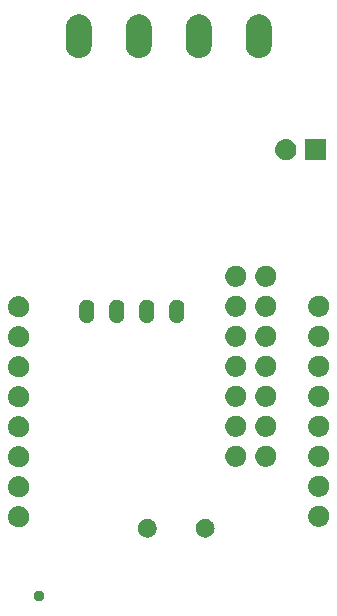
<source format=gbr>
G04 #@! TF.GenerationSoftware,KiCad,Pcbnew,7.0.6*
G04 #@! TF.CreationDate,2023-08-02T00:38:46+02:00*
G04 #@! TF.ProjectId,MCU_Board,4d43555f-426f-4617-9264-2e6b69636164,rev?*
G04 #@! TF.SameCoordinates,Original*
G04 #@! TF.FileFunction,Soldermask,Bot*
G04 #@! TF.FilePolarity,Negative*
%FSLAX46Y46*%
G04 Gerber Fmt 4.6, Leading zero omitted, Abs format (unit mm)*
G04 Created by KiCad (PCBNEW 7.0.6) date 2023-08-02 00:38:46*
%MOMM*%
%LPD*%
G01*
G04 APERTURE LIST*
G04 APERTURE END LIST*
G36*
X70326676Y-151053591D02*
G01*
X70364184Y-151053591D01*
X70394671Y-151062542D01*
X70416450Y-151065410D01*
X70445703Y-151077527D01*
X70487352Y-151089756D01*
X70509334Y-151103883D01*
X70524961Y-151110356D01*
X70553595Y-151132327D01*
X70595342Y-151159157D01*
X70608799Y-151174688D01*
X70618141Y-151181856D01*
X70642357Y-151213416D01*
X70679405Y-151256171D01*
X70685639Y-151269822D01*
X70689643Y-151275040D01*
X70705451Y-151313205D01*
X70732731Y-151372939D01*
X70734079Y-151382319D01*
X70734589Y-151383549D01*
X70738198Y-151410962D01*
X70751000Y-151500000D01*
X70738196Y-151589050D01*
X70734589Y-151616450D01*
X70734079Y-151617678D01*
X70732731Y-151627061D01*
X70705452Y-151686791D01*
X70689643Y-151724961D01*
X70685638Y-151730180D01*
X70679405Y-151743829D01*
X70642356Y-151786584D01*
X70618142Y-151818142D01*
X70608803Y-151825308D01*
X70595342Y-151840843D01*
X70553586Y-151867677D01*
X70524961Y-151889643D01*
X70509339Y-151896113D01*
X70487352Y-151910244D01*
X70445695Y-151922475D01*
X70416450Y-151934589D01*
X70394677Y-151937455D01*
X70364184Y-151946409D01*
X70326669Y-151946409D01*
X70300000Y-151949920D01*
X70273331Y-151946409D01*
X70235816Y-151946409D01*
X70205323Y-151937455D01*
X70183549Y-151934589D01*
X70154301Y-151922474D01*
X70112648Y-151910244D01*
X70090662Y-151896114D01*
X70075038Y-151889643D01*
X70046407Y-151867673D01*
X70004658Y-151840843D01*
X69991198Y-151825310D01*
X69981857Y-151818142D01*
X69957634Y-151786574D01*
X69920595Y-151743829D01*
X69914363Y-151730183D01*
X69910356Y-151724961D01*
X69894536Y-151686768D01*
X69867269Y-151627061D01*
X69865920Y-151617682D01*
X69865410Y-151616450D01*
X69861791Y-151588965D01*
X69849000Y-151500000D01*
X69861790Y-151411042D01*
X69865410Y-151383549D01*
X69865920Y-151382315D01*
X69867269Y-151372939D01*
X69894537Y-151313228D01*
X69910356Y-151275040D01*
X69914362Y-151269818D01*
X69920595Y-151256171D01*
X69957632Y-151213427D01*
X69981857Y-151181857D01*
X69991201Y-151174687D01*
X70004658Y-151159157D01*
X70046407Y-151132326D01*
X70075040Y-151110356D01*
X70090663Y-151103884D01*
X70112648Y-151089756D01*
X70154294Y-151077527D01*
X70183549Y-151065410D01*
X70205329Y-151062542D01*
X70235816Y-151053591D01*
X70273324Y-151053591D01*
X70300000Y-151050079D01*
X70326676Y-151053591D01*
G37*
G36*
X79505023Y-144960073D02*
G01*
X79543657Y-144960073D01*
X79587240Y-144969336D01*
X79638239Y-144975083D01*
X79675321Y-144988058D01*
X79707306Y-144994857D01*
X79753401Y-145015379D01*
X79807541Y-145034324D01*
X79835719Y-145052029D01*
X79860157Y-145062910D01*
X79905720Y-145096014D01*
X79959415Y-145129753D01*
X79978700Y-145149038D01*
X79995512Y-145161253D01*
X80037076Y-145207414D01*
X80086247Y-145256585D01*
X80097555Y-145274582D01*
X80107467Y-145285590D01*
X80141376Y-145344322D01*
X80181676Y-145408459D01*
X80186707Y-145422838D01*
X80191120Y-145430481D01*
X80213718Y-145500030D01*
X80240917Y-145577761D01*
X80241948Y-145586913D01*
X80242823Y-145589606D01*
X80250750Y-145665038D01*
X80261000Y-145756000D01*
X80250750Y-145846969D01*
X80242823Y-145922393D01*
X80241948Y-145925084D01*
X80240917Y-145934239D01*
X80213713Y-146011982D01*
X80191120Y-146081518D01*
X80186708Y-146089159D01*
X80181676Y-146103541D01*
X80141369Y-146167688D01*
X80107467Y-146226409D01*
X80097557Y-146237414D01*
X80086247Y-146255415D01*
X80037067Y-146304594D01*
X79995512Y-146350746D01*
X79978704Y-146362957D01*
X79959415Y-146382247D01*
X79905710Y-146415992D01*
X79860157Y-146449089D01*
X79835725Y-146459966D01*
X79807541Y-146477676D01*
X79753391Y-146496623D01*
X79707306Y-146517142D01*
X79675327Y-146523939D01*
X79638239Y-146536917D01*
X79587237Y-146542663D01*
X79543657Y-146551927D01*
X79505023Y-146551927D01*
X79460000Y-146557000D01*
X79414977Y-146551927D01*
X79376343Y-146551927D01*
X79332761Y-146542663D01*
X79281761Y-146536917D01*
X79244674Y-146523939D01*
X79212693Y-146517142D01*
X79166603Y-146496622D01*
X79112459Y-146477676D01*
X79084277Y-146459968D01*
X79059842Y-146449089D01*
X79014282Y-146415987D01*
X78960585Y-146382247D01*
X78941298Y-146362960D01*
X78924487Y-146350746D01*
X78882922Y-146304584D01*
X78833753Y-146255415D01*
X78822444Y-146237418D01*
X78812532Y-146226409D01*
X78778618Y-146167668D01*
X78738324Y-146103541D01*
X78733293Y-146089163D01*
X78728879Y-146081518D01*
X78706272Y-146011942D01*
X78679083Y-145934239D01*
X78678052Y-145925089D01*
X78677176Y-145922393D01*
X78669235Y-145846837D01*
X78659000Y-145756000D01*
X78669234Y-145665170D01*
X78677176Y-145589606D01*
X78678052Y-145586909D01*
X78679083Y-145577761D01*
X78706267Y-145500070D01*
X78728879Y-145430481D01*
X78733293Y-145422834D01*
X78738324Y-145408459D01*
X78778611Y-145344342D01*
X78812532Y-145285590D01*
X78822446Y-145274578D01*
X78833753Y-145256585D01*
X78882913Y-145207424D01*
X78924487Y-145161253D01*
X78941301Y-145149036D01*
X78960585Y-145129753D01*
X79014278Y-145096015D01*
X79059846Y-145062908D01*
X79084284Y-145052027D01*
X79112459Y-145034324D01*
X79166587Y-145015383D01*
X79212689Y-144994858D01*
X79244679Y-144988058D01*
X79281761Y-144975083D01*
X79332759Y-144969336D01*
X79376343Y-144960073D01*
X79414977Y-144960073D01*
X79460000Y-144955000D01*
X79505023Y-144960073D01*
G37*
G36*
X84405023Y-144960073D02*
G01*
X84443657Y-144960073D01*
X84487240Y-144969336D01*
X84538239Y-144975083D01*
X84575321Y-144988058D01*
X84607306Y-144994857D01*
X84653401Y-145015379D01*
X84707541Y-145034324D01*
X84735719Y-145052029D01*
X84760157Y-145062910D01*
X84805720Y-145096014D01*
X84859415Y-145129753D01*
X84878700Y-145149038D01*
X84895512Y-145161253D01*
X84937076Y-145207414D01*
X84986247Y-145256585D01*
X84997555Y-145274582D01*
X85007467Y-145285590D01*
X85041376Y-145344322D01*
X85081676Y-145408459D01*
X85086707Y-145422838D01*
X85091120Y-145430481D01*
X85113718Y-145500030D01*
X85140917Y-145577761D01*
X85141948Y-145586913D01*
X85142823Y-145589606D01*
X85150751Y-145665044D01*
X85161000Y-145756000D01*
X85150749Y-145846975D01*
X85142823Y-145922393D01*
X85141948Y-145925084D01*
X85140917Y-145934239D01*
X85113713Y-146011982D01*
X85091120Y-146081518D01*
X85086708Y-146089159D01*
X85081676Y-146103541D01*
X85041369Y-146167688D01*
X85007467Y-146226409D01*
X84997557Y-146237414D01*
X84986247Y-146255415D01*
X84937067Y-146304594D01*
X84895512Y-146350746D01*
X84878704Y-146362957D01*
X84859415Y-146382247D01*
X84805710Y-146415992D01*
X84760157Y-146449089D01*
X84735725Y-146459966D01*
X84707541Y-146477676D01*
X84653391Y-146496623D01*
X84607306Y-146517142D01*
X84575327Y-146523939D01*
X84538239Y-146536917D01*
X84487237Y-146542663D01*
X84443657Y-146551927D01*
X84405023Y-146551927D01*
X84360000Y-146557000D01*
X84314977Y-146551927D01*
X84276343Y-146551927D01*
X84232761Y-146542663D01*
X84181761Y-146536917D01*
X84144674Y-146523939D01*
X84112693Y-146517142D01*
X84066603Y-146496622D01*
X84012459Y-146477676D01*
X83984277Y-146459968D01*
X83959842Y-146449089D01*
X83914282Y-146415987D01*
X83860585Y-146382247D01*
X83841298Y-146362960D01*
X83824487Y-146350746D01*
X83782922Y-146304584D01*
X83733753Y-146255415D01*
X83722444Y-146237418D01*
X83712532Y-146226409D01*
X83678618Y-146167668D01*
X83638324Y-146103541D01*
X83633293Y-146089163D01*
X83628879Y-146081518D01*
X83606272Y-146011942D01*
X83579083Y-145934239D01*
X83578052Y-145925089D01*
X83577176Y-145922393D01*
X83569235Y-145846843D01*
X83559000Y-145756000D01*
X83569233Y-145665176D01*
X83577176Y-145589606D01*
X83578052Y-145586909D01*
X83579083Y-145577761D01*
X83606267Y-145500070D01*
X83628879Y-145430481D01*
X83633293Y-145422834D01*
X83638324Y-145408459D01*
X83678611Y-145344342D01*
X83712532Y-145285590D01*
X83722446Y-145274578D01*
X83733753Y-145256585D01*
X83782913Y-145207424D01*
X83824487Y-145161253D01*
X83841301Y-145149036D01*
X83860585Y-145129753D01*
X83914278Y-145096015D01*
X83959846Y-145062908D01*
X83984284Y-145052027D01*
X84012459Y-145034324D01*
X84066587Y-145015383D01*
X84112689Y-144994858D01*
X84144679Y-144988058D01*
X84181761Y-144975083D01*
X84232759Y-144969336D01*
X84276343Y-144960073D01*
X84314977Y-144960073D01*
X84360000Y-144955000D01*
X84405023Y-144960073D01*
G37*
G36*
X68623983Y-143883936D02*
G01*
X68674180Y-143883936D01*
X68717524Y-143893149D01*
X68755659Y-143896905D01*
X68803566Y-143911437D01*
X68858424Y-143923098D01*
X68893530Y-143938728D01*
X68924566Y-143948143D01*
X68973884Y-143974504D01*
X69030500Y-143999711D01*
X69056822Y-144018835D01*
X69080232Y-144031348D01*
X69127988Y-144070540D01*
X69182887Y-144110427D01*
X69200711Y-144130223D01*
X69216675Y-144143324D01*
X69259572Y-144195594D01*
X69308924Y-144250405D01*
X69319292Y-144268363D01*
X69328651Y-144279767D01*
X69363273Y-144344542D01*
X69403104Y-144413530D01*
X69407685Y-144427630D01*
X69411856Y-144435433D01*
X69434852Y-144511242D01*
X69461311Y-144592672D01*
X69462242Y-144601532D01*
X69463094Y-144604340D01*
X69471384Y-144688513D01*
X69481000Y-144780000D01*
X69471383Y-144871494D01*
X69463094Y-144955659D01*
X69462242Y-144958466D01*
X69461311Y-144967328D01*
X69434848Y-145048771D01*
X69411856Y-145124566D01*
X69407686Y-145132366D01*
X69403104Y-145146470D01*
X69363266Y-145215470D01*
X69328651Y-145280232D01*
X69319294Y-145291633D01*
X69308924Y-145309595D01*
X69259563Y-145364415D01*
X69216675Y-145416675D01*
X69200714Y-145429773D01*
X69182887Y-145449573D01*
X69127977Y-145489467D01*
X69080232Y-145528651D01*
X69056827Y-145541161D01*
X69030500Y-145560289D01*
X68973873Y-145585500D01*
X68924566Y-145611856D01*
X68893537Y-145621268D01*
X68858424Y-145636902D01*
X68803555Y-145648564D01*
X68755659Y-145663094D01*
X68717533Y-145666849D01*
X68674180Y-145676064D01*
X68623972Y-145676064D01*
X68579999Y-145680395D01*
X68536026Y-145676064D01*
X68485820Y-145676064D01*
X68442467Y-145666849D01*
X68404340Y-145663094D01*
X68356441Y-145648563D01*
X68301576Y-145636902D01*
X68266464Y-145621269D01*
X68235433Y-145611856D01*
X68186120Y-145585498D01*
X68129500Y-145560289D01*
X68103175Y-145541163D01*
X68079767Y-145528651D01*
X68032013Y-145489460D01*
X67977113Y-145449573D01*
X67959287Y-145429776D01*
X67943324Y-145416675D01*
X67900425Y-145364402D01*
X67851076Y-145309595D01*
X67840708Y-145291637D01*
X67831348Y-145280232D01*
X67796719Y-145215447D01*
X67756896Y-145146470D01*
X67752315Y-145132371D01*
X67748143Y-145124566D01*
X67725136Y-145048725D01*
X67698689Y-144967328D01*
X67697758Y-144958471D01*
X67696905Y-144955659D01*
X67688600Y-144871342D01*
X67679000Y-144780000D01*
X67688599Y-144688664D01*
X67696905Y-144604340D01*
X67697758Y-144601527D01*
X67698689Y-144592672D01*
X67725132Y-144511288D01*
X67748143Y-144435433D01*
X67752315Y-144427626D01*
X67756896Y-144413530D01*
X67796712Y-144344565D01*
X67831348Y-144279767D01*
X67840710Y-144268359D01*
X67851076Y-144250405D01*
X67900416Y-144195607D01*
X67943324Y-144143324D01*
X67959291Y-144130219D01*
X67977113Y-144110427D01*
X68032002Y-144070546D01*
X68079767Y-144031348D01*
X68103180Y-144018833D01*
X68129500Y-143999711D01*
X68186109Y-143974506D01*
X68235433Y-143948143D01*
X68266471Y-143938727D01*
X68301576Y-143923098D01*
X68356430Y-143911438D01*
X68404340Y-143896905D01*
X68442476Y-143893148D01*
X68485820Y-143883936D01*
X68536016Y-143883936D01*
X68579999Y-143879604D01*
X68623983Y-143883936D01*
G37*
G36*
X94023983Y-143843936D02*
G01*
X94074180Y-143843936D01*
X94117524Y-143853149D01*
X94155659Y-143856905D01*
X94203566Y-143871437D01*
X94258424Y-143883098D01*
X94293530Y-143898728D01*
X94324566Y-143908143D01*
X94373884Y-143934504D01*
X94430500Y-143959711D01*
X94456822Y-143978835D01*
X94480232Y-143991348D01*
X94527988Y-144030540D01*
X94582887Y-144070427D01*
X94600711Y-144090223D01*
X94616675Y-144103324D01*
X94659572Y-144155594D01*
X94708924Y-144210405D01*
X94719292Y-144228363D01*
X94728651Y-144239767D01*
X94763273Y-144304542D01*
X94803104Y-144373530D01*
X94807685Y-144387630D01*
X94811856Y-144395433D01*
X94834852Y-144471242D01*
X94861311Y-144552672D01*
X94862242Y-144561532D01*
X94863094Y-144564340D01*
X94871385Y-144648520D01*
X94881000Y-144740000D01*
X94871382Y-144831501D01*
X94863094Y-144915659D01*
X94862242Y-144918466D01*
X94861311Y-144927328D01*
X94834848Y-145008771D01*
X94811856Y-145084566D01*
X94807686Y-145092366D01*
X94803104Y-145106470D01*
X94763266Y-145175470D01*
X94728651Y-145240232D01*
X94719294Y-145251633D01*
X94708924Y-145269595D01*
X94659563Y-145324415D01*
X94616675Y-145376675D01*
X94600714Y-145389773D01*
X94582887Y-145409573D01*
X94527977Y-145449467D01*
X94480232Y-145488651D01*
X94456827Y-145501161D01*
X94430500Y-145520289D01*
X94373873Y-145545500D01*
X94324566Y-145571856D01*
X94293537Y-145581268D01*
X94258424Y-145596902D01*
X94203555Y-145608564D01*
X94155659Y-145623094D01*
X94117532Y-145626849D01*
X94074180Y-145636064D01*
X94023973Y-145636064D01*
X93980000Y-145640395D01*
X93936027Y-145636064D01*
X93885820Y-145636064D01*
X93842467Y-145626849D01*
X93804340Y-145623094D01*
X93756441Y-145608563D01*
X93701576Y-145596902D01*
X93666464Y-145581269D01*
X93635433Y-145571856D01*
X93586120Y-145545498D01*
X93529500Y-145520289D01*
X93503175Y-145501163D01*
X93479767Y-145488651D01*
X93432013Y-145449460D01*
X93377113Y-145409573D01*
X93359287Y-145389776D01*
X93343324Y-145376675D01*
X93300425Y-145324402D01*
X93251076Y-145269595D01*
X93240708Y-145251637D01*
X93231348Y-145240232D01*
X93196719Y-145175447D01*
X93156896Y-145106470D01*
X93152315Y-145092371D01*
X93148143Y-145084566D01*
X93125136Y-145008725D01*
X93098689Y-144927328D01*
X93097758Y-144918471D01*
X93096905Y-144915659D01*
X93088600Y-144831342D01*
X93079000Y-144740000D01*
X93088599Y-144648664D01*
X93096905Y-144564340D01*
X93097758Y-144561527D01*
X93098689Y-144552672D01*
X93125132Y-144471288D01*
X93148143Y-144395433D01*
X93152315Y-144387626D01*
X93156896Y-144373530D01*
X93196712Y-144304565D01*
X93231348Y-144239767D01*
X93240710Y-144228359D01*
X93251076Y-144210405D01*
X93300416Y-144155607D01*
X93343324Y-144103324D01*
X93359291Y-144090219D01*
X93377113Y-144070427D01*
X93432002Y-144030546D01*
X93479767Y-143991348D01*
X93503180Y-143978833D01*
X93529500Y-143959711D01*
X93586109Y-143934506D01*
X93635433Y-143908143D01*
X93666471Y-143898727D01*
X93701576Y-143883098D01*
X93756430Y-143871438D01*
X93804340Y-143856905D01*
X93842476Y-143853148D01*
X93885820Y-143843936D01*
X93936016Y-143843936D01*
X93979999Y-143839604D01*
X94023983Y-143843936D01*
G37*
G36*
X68623983Y-141343936D02*
G01*
X68674180Y-141343936D01*
X68717524Y-141353149D01*
X68755659Y-141356905D01*
X68803566Y-141371437D01*
X68858424Y-141383098D01*
X68893530Y-141398728D01*
X68924566Y-141408143D01*
X68973884Y-141434504D01*
X69030500Y-141459711D01*
X69056822Y-141478835D01*
X69080232Y-141491348D01*
X69127988Y-141530540D01*
X69182887Y-141570427D01*
X69200711Y-141590223D01*
X69216675Y-141603324D01*
X69259572Y-141655594D01*
X69308924Y-141710405D01*
X69319292Y-141728363D01*
X69328651Y-141739767D01*
X69363273Y-141804542D01*
X69403104Y-141873530D01*
X69407685Y-141887630D01*
X69411856Y-141895433D01*
X69434852Y-141971242D01*
X69461311Y-142052672D01*
X69462242Y-142061532D01*
X69463094Y-142064340D01*
X69471385Y-142148520D01*
X69481000Y-142240000D01*
X69471382Y-142331501D01*
X69463094Y-142415659D01*
X69462242Y-142418466D01*
X69461311Y-142427328D01*
X69434848Y-142508771D01*
X69411856Y-142584566D01*
X69407686Y-142592366D01*
X69403104Y-142606470D01*
X69363266Y-142675470D01*
X69328651Y-142740232D01*
X69319294Y-142751633D01*
X69308924Y-142769595D01*
X69259563Y-142824415D01*
X69216675Y-142876675D01*
X69200714Y-142889773D01*
X69182887Y-142909573D01*
X69127977Y-142949467D01*
X69080232Y-142988651D01*
X69056827Y-143001161D01*
X69030500Y-143020289D01*
X68973873Y-143045500D01*
X68924566Y-143071856D01*
X68893537Y-143081268D01*
X68858424Y-143096902D01*
X68803555Y-143108564D01*
X68755659Y-143123094D01*
X68717533Y-143126849D01*
X68674180Y-143136064D01*
X68623972Y-143136064D01*
X68579999Y-143140395D01*
X68536026Y-143136064D01*
X68485820Y-143136064D01*
X68442467Y-143126849D01*
X68404340Y-143123094D01*
X68356441Y-143108563D01*
X68301576Y-143096902D01*
X68266464Y-143081269D01*
X68235433Y-143071856D01*
X68186120Y-143045498D01*
X68129500Y-143020289D01*
X68103175Y-143001163D01*
X68079767Y-142988651D01*
X68032013Y-142949460D01*
X67977113Y-142909573D01*
X67959287Y-142889776D01*
X67943324Y-142876675D01*
X67900425Y-142824402D01*
X67851076Y-142769595D01*
X67840708Y-142751637D01*
X67831348Y-142740232D01*
X67796719Y-142675447D01*
X67756896Y-142606470D01*
X67752315Y-142592371D01*
X67748143Y-142584566D01*
X67725136Y-142508725D01*
X67698689Y-142427328D01*
X67697758Y-142418471D01*
X67696905Y-142415659D01*
X67688600Y-142331342D01*
X67679000Y-142240000D01*
X67688599Y-142148664D01*
X67696905Y-142064340D01*
X67697758Y-142061527D01*
X67698689Y-142052672D01*
X67725132Y-141971288D01*
X67748143Y-141895433D01*
X67752315Y-141887626D01*
X67756896Y-141873530D01*
X67796712Y-141804565D01*
X67831348Y-141739767D01*
X67840710Y-141728359D01*
X67851076Y-141710405D01*
X67900416Y-141655607D01*
X67943324Y-141603324D01*
X67959291Y-141590219D01*
X67977113Y-141570427D01*
X68032002Y-141530546D01*
X68079767Y-141491348D01*
X68103180Y-141478833D01*
X68129500Y-141459711D01*
X68186109Y-141434506D01*
X68235433Y-141408143D01*
X68266471Y-141398727D01*
X68301576Y-141383098D01*
X68356430Y-141371438D01*
X68404340Y-141356905D01*
X68442476Y-141353148D01*
X68485820Y-141343936D01*
X68536016Y-141343936D01*
X68579999Y-141339604D01*
X68623983Y-141343936D01*
G37*
G36*
X94023983Y-141303936D02*
G01*
X94074180Y-141303936D01*
X94117524Y-141313149D01*
X94155659Y-141316905D01*
X94203566Y-141331437D01*
X94258424Y-141343098D01*
X94293530Y-141358728D01*
X94324566Y-141368143D01*
X94373884Y-141394504D01*
X94430500Y-141419711D01*
X94456822Y-141438835D01*
X94480232Y-141451348D01*
X94527988Y-141490540D01*
X94582887Y-141530427D01*
X94600711Y-141550223D01*
X94616675Y-141563324D01*
X94659572Y-141615594D01*
X94708924Y-141670405D01*
X94719292Y-141688363D01*
X94728651Y-141699767D01*
X94763273Y-141764542D01*
X94803104Y-141833530D01*
X94807685Y-141847630D01*
X94811856Y-141855433D01*
X94834852Y-141931242D01*
X94861311Y-142012672D01*
X94862242Y-142021532D01*
X94863094Y-142024340D01*
X94871384Y-142108513D01*
X94881000Y-142200000D01*
X94871383Y-142291494D01*
X94863094Y-142375659D01*
X94862242Y-142378466D01*
X94861311Y-142387328D01*
X94834848Y-142468771D01*
X94811856Y-142544566D01*
X94807686Y-142552366D01*
X94803104Y-142566470D01*
X94763266Y-142635470D01*
X94728651Y-142700232D01*
X94719294Y-142711633D01*
X94708924Y-142729595D01*
X94659563Y-142784415D01*
X94616675Y-142836675D01*
X94600714Y-142849773D01*
X94582887Y-142869573D01*
X94527977Y-142909467D01*
X94480232Y-142948651D01*
X94456827Y-142961161D01*
X94430500Y-142980289D01*
X94373873Y-143005500D01*
X94324566Y-143031856D01*
X94293537Y-143041268D01*
X94258424Y-143056902D01*
X94203555Y-143068564D01*
X94155659Y-143083094D01*
X94117532Y-143086849D01*
X94074180Y-143096064D01*
X94023973Y-143096064D01*
X93980000Y-143100395D01*
X93936027Y-143096064D01*
X93885820Y-143096064D01*
X93842467Y-143086849D01*
X93804340Y-143083094D01*
X93756441Y-143068563D01*
X93701576Y-143056902D01*
X93666464Y-143041269D01*
X93635433Y-143031856D01*
X93586120Y-143005498D01*
X93529500Y-142980289D01*
X93503175Y-142961163D01*
X93479767Y-142948651D01*
X93432013Y-142909460D01*
X93377113Y-142869573D01*
X93359287Y-142849776D01*
X93343324Y-142836675D01*
X93300425Y-142784402D01*
X93251076Y-142729595D01*
X93240708Y-142711637D01*
X93231348Y-142700232D01*
X93196719Y-142635447D01*
X93156896Y-142566470D01*
X93152315Y-142552371D01*
X93148143Y-142544566D01*
X93125136Y-142468725D01*
X93098689Y-142387328D01*
X93097758Y-142378471D01*
X93096905Y-142375659D01*
X93088600Y-142291342D01*
X93079000Y-142200000D01*
X93088599Y-142108664D01*
X93096905Y-142024340D01*
X93097758Y-142021527D01*
X93098689Y-142012672D01*
X93125132Y-141931288D01*
X93148143Y-141855433D01*
X93152315Y-141847626D01*
X93156896Y-141833530D01*
X93196712Y-141764565D01*
X93231348Y-141699767D01*
X93240710Y-141688359D01*
X93251076Y-141670405D01*
X93300416Y-141615607D01*
X93343324Y-141563324D01*
X93359291Y-141550219D01*
X93377113Y-141530427D01*
X93432002Y-141490546D01*
X93479767Y-141451348D01*
X93503180Y-141438833D01*
X93529500Y-141419711D01*
X93586109Y-141394506D01*
X93635433Y-141368143D01*
X93666471Y-141358727D01*
X93701576Y-141343098D01*
X93756430Y-141331438D01*
X93804340Y-141316905D01*
X93842476Y-141313148D01*
X93885820Y-141303936D01*
X93936016Y-141303936D01*
X93980000Y-141299604D01*
X94023983Y-141303936D01*
G37*
G36*
X68623983Y-138803936D02*
G01*
X68674180Y-138803936D01*
X68717524Y-138813149D01*
X68755659Y-138816905D01*
X68803566Y-138831437D01*
X68858424Y-138843098D01*
X68893530Y-138858728D01*
X68924566Y-138868143D01*
X68973884Y-138894504D01*
X69030500Y-138919711D01*
X69056822Y-138938835D01*
X69080232Y-138951348D01*
X69127988Y-138990540D01*
X69182887Y-139030427D01*
X69200711Y-139050223D01*
X69216675Y-139063324D01*
X69259572Y-139115594D01*
X69308924Y-139170405D01*
X69319292Y-139188363D01*
X69328651Y-139199767D01*
X69363273Y-139264542D01*
X69403104Y-139333530D01*
X69407685Y-139347630D01*
X69411856Y-139355433D01*
X69434852Y-139431242D01*
X69461311Y-139512672D01*
X69462242Y-139521532D01*
X69463094Y-139524340D01*
X69471384Y-139608513D01*
X69481000Y-139700000D01*
X69471383Y-139791494D01*
X69463094Y-139875659D01*
X69462242Y-139878466D01*
X69461311Y-139887328D01*
X69434848Y-139968771D01*
X69411856Y-140044566D01*
X69407686Y-140052366D01*
X69403104Y-140066470D01*
X69363266Y-140135470D01*
X69328651Y-140200232D01*
X69319294Y-140211633D01*
X69308924Y-140229595D01*
X69259563Y-140284415D01*
X69216675Y-140336675D01*
X69200714Y-140349773D01*
X69182887Y-140369573D01*
X69127977Y-140409467D01*
X69080232Y-140448651D01*
X69056827Y-140461161D01*
X69030500Y-140480289D01*
X68973873Y-140505500D01*
X68924566Y-140531856D01*
X68893537Y-140541268D01*
X68858424Y-140556902D01*
X68803555Y-140568564D01*
X68755659Y-140583094D01*
X68717533Y-140586849D01*
X68674180Y-140596064D01*
X68623972Y-140596064D01*
X68579999Y-140600395D01*
X68536026Y-140596064D01*
X68485820Y-140596064D01*
X68442467Y-140586849D01*
X68404340Y-140583094D01*
X68356441Y-140568563D01*
X68301576Y-140556902D01*
X68266464Y-140541269D01*
X68235433Y-140531856D01*
X68186120Y-140505498D01*
X68129500Y-140480289D01*
X68103175Y-140461163D01*
X68079767Y-140448651D01*
X68032013Y-140409460D01*
X67977113Y-140369573D01*
X67959287Y-140349776D01*
X67943324Y-140336675D01*
X67900425Y-140284402D01*
X67851076Y-140229595D01*
X67840708Y-140211637D01*
X67831348Y-140200232D01*
X67796719Y-140135447D01*
X67756896Y-140066470D01*
X67752315Y-140052371D01*
X67748143Y-140044566D01*
X67725136Y-139968725D01*
X67698689Y-139887328D01*
X67697758Y-139878471D01*
X67696905Y-139875659D01*
X67688601Y-139791349D01*
X67679000Y-139700000D01*
X67688598Y-139608672D01*
X67696905Y-139524340D01*
X67697758Y-139521527D01*
X67698689Y-139512672D01*
X67725132Y-139431288D01*
X67748143Y-139355433D01*
X67752315Y-139347626D01*
X67756896Y-139333530D01*
X67796712Y-139264565D01*
X67831348Y-139199767D01*
X67840710Y-139188359D01*
X67851076Y-139170405D01*
X67900416Y-139115607D01*
X67943324Y-139063324D01*
X67959291Y-139050219D01*
X67977113Y-139030427D01*
X68032002Y-138990546D01*
X68079767Y-138951348D01*
X68103180Y-138938833D01*
X68129500Y-138919711D01*
X68186109Y-138894506D01*
X68235433Y-138868143D01*
X68266471Y-138858727D01*
X68301576Y-138843098D01*
X68356430Y-138831438D01*
X68404340Y-138816905D01*
X68442476Y-138813148D01*
X68485820Y-138803936D01*
X68536016Y-138803936D01*
X68579999Y-138799604D01*
X68623983Y-138803936D01*
G37*
G36*
X87003983Y-138763936D02*
G01*
X87054180Y-138763936D01*
X87097524Y-138773149D01*
X87135659Y-138776905D01*
X87183566Y-138791437D01*
X87238424Y-138803098D01*
X87273530Y-138818728D01*
X87304566Y-138828143D01*
X87353884Y-138854504D01*
X87410500Y-138879711D01*
X87436822Y-138898835D01*
X87460232Y-138911348D01*
X87507988Y-138950540D01*
X87562887Y-138990427D01*
X87580711Y-139010223D01*
X87596675Y-139023324D01*
X87639572Y-139075594D01*
X87688924Y-139130405D01*
X87699292Y-139148363D01*
X87708651Y-139159767D01*
X87743273Y-139224542D01*
X87783104Y-139293530D01*
X87787685Y-139307630D01*
X87791856Y-139315433D01*
X87814852Y-139391242D01*
X87841311Y-139472672D01*
X87842242Y-139481532D01*
X87843094Y-139484340D01*
X87851384Y-139568513D01*
X87861000Y-139660000D01*
X87851383Y-139751494D01*
X87843094Y-139835659D01*
X87842242Y-139838466D01*
X87841311Y-139847328D01*
X87814848Y-139928771D01*
X87791856Y-140004566D01*
X87787686Y-140012366D01*
X87783104Y-140026470D01*
X87743266Y-140095470D01*
X87708651Y-140160232D01*
X87699294Y-140171633D01*
X87688924Y-140189595D01*
X87639563Y-140244415D01*
X87596675Y-140296675D01*
X87580714Y-140309773D01*
X87562887Y-140329573D01*
X87507977Y-140369467D01*
X87460232Y-140408651D01*
X87436827Y-140421161D01*
X87410500Y-140440289D01*
X87353873Y-140465500D01*
X87304566Y-140491856D01*
X87273537Y-140501268D01*
X87238424Y-140516902D01*
X87183555Y-140528564D01*
X87135659Y-140543094D01*
X87097532Y-140546849D01*
X87054180Y-140556064D01*
X87003973Y-140556064D01*
X86960000Y-140560395D01*
X86916027Y-140556064D01*
X86865820Y-140556064D01*
X86822467Y-140546849D01*
X86784340Y-140543094D01*
X86736441Y-140528563D01*
X86681576Y-140516902D01*
X86646464Y-140501269D01*
X86615433Y-140491856D01*
X86566120Y-140465498D01*
X86509500Y-140440289D01*
X86483175Y-140421163D01*
X86459767Y-140408651D01*
X86412013Y-140369460D01*
X86357113Y-140329573D01*
X86339287Y-140309776D01*
X86323324Y-140296675D01*
X86280425Y-140244402D01*
X86231076Y-140189595D01*
X86220708Y-140171637D01*
X86211348Y-140160232D01*
X86176719Y-140095447D01*
X86136896Y-140026470D01*
X86132315Y-140012371D01*
X86128143Y-140004566D01*
X86105136Y-139928725D01*
X86078689Y-139847328D01*
X86077758Y-139838471D01*
X86076905Y-139835659D01*
X86068600Y-139751342D01*
X86059000Y-139660000D01*
X86068599Y-139568664D01*
X86076905Y-139484340D01*
X86077758Y-139481527D01*
X86078689Y-139472672D01*
X86105132Y-139391288D01*
X86128143Y-139315433D01*
X86132315Y-139307626D01*
X86136896Y-139293530D01*
X86176712Y-139224565D01*
X86211348Y-139159767D01*
X86220710Y-139148359D01*
X86231076Y-139130405D01*
X86280416Y-139075607D01*
X86323324Y-139023324D01*
X86339291Y-139010219D01*
X86357113Y-138990427D01*
X86412002Y-138950546D01*
X86459767Y-138911348D01*
X86483180Y-138898833D01*
X86509500Y-138879711D01*
X86566109Y-138854506D01*
X86615433Y-138828143D01*
X86646471Y-138818727D01*
X86681576Y-138803098D01*
X86736430Y-138791438D01*
X86784340Y-138776905D01*
X86822476Y-138773148D01*
X86865820Y-138763936D01*
X86916016Y-138763936D01*
X86960000Y-138759604D01*
X87003983Y-138763936D01*
G37*
G36*
X89543983Y-138763936D02*
G01*
X89594180Y-138763936D01*
X89637524Y-138773149D01*
X89675659Y-138776905D01*
X89723566Y-138791437D01*
X89778424Y-138803098D01*
X89813530Y-138818728D01*
X89844566Y-138828143D01*
X89893884Y-138854504D01*
X89950500Y-138879711D01*
X89976822Y-138898835D01*
X90000232Y-138911348D01*
X90047988Y-138950540D01*
X90102887Y-138990427D01*
X90120711Y-139010223D01*
X90136675Y-139023324D01*
X90179572Y-139075594D01*
X90228924Y-139130405D01*
X90239292Y-139148363D01*
X90248651Y-139159767D01*
X90283273Y-139224542D01*
X90323104Y-139293530D01*
X90327685Y-139307630D01*
X90331856Y-139315433D01*
X90354852Y-139391242D01*
X90381311Y-139472672D01*
X90382242Y-139481532D01*
X90383094Y-139484340D01*
X90391384Y-139568513D01*
X90401000Y-139660000D01*
X90391383Y-139751494D01*
X90383094Y-139835659D01*
X90382242Y-139838466D01*
X90381311Y-139847328D01*
X90354848Y-139928771D01*
X90331856Y-140004566D01*
X90327686Y-140012366D01*
X90323104Y-140026470D01*
X90283266Y-140095470D01*
X90248651Y-140160232D01*
X90239294Y-140171633D01*
X90228924Y-140189595D01*
X90179563Y-140244415D01*
X90136675Y-140296675D01*
X90120714Y-140309773D01*
X90102887Y-140329573D01*
X90047977Y-140369467D01*
X90000232Y-140408651D01*
X89976827Y-140421161D01*
X89950500Y-140440289D01*
X89893873Y-140465500D01*
X89844566Y-140491856D01*
X89813537Y-140501268D01*
X89778424Y-140516902D01*
X89723555Y-140528564D01*
X89675659Y-140543094D01*
X89637532Y-140546849D01*
X89594180Y-140556064D01*
X89543973Y-140556064D01*
X89500000Y-140560395D01*
X89456027Y-140556064D01*
X89405820Y-140556064D01*
X89362467Y-140546849D01*
X89324340Y-140543094D01*
X89276441Y-140528563D01*
X89221576Y-140516902D01*
X89186464Y-140501269D01*
X89155433Y-140491856D01*
X89106120Y-140465498D01*
X89049500Y-140440289D01*
X89023175Y-140421163D01*
X88999767Y-140408651D01*
X88952013Y-140369460D01*
X88897113Y-140329573D01*
X88879287Y-140309776D01*
X88863324Y-140296675D01*
X88820425Y-140244402D01*
X88771076Y-140189595D01*
X88760708Y-140171637D01*
X88751348Y-140160232D01*
X88716719Y-140095447D01*
X88676896Y-140026470D01*
X88672315Y-140012371D01*
X88668143Y-140004566D01*
X88645136Y-139928725D01*
X88618689Y-139847328D01*
X88617758Y-139838471D01*
X88616905Y-139835659D01*
X88608601Y-139751349D01*
X88599000Y-139660000D01*
X88608598Y-139568672D01*
X88616905Y-139484340D01*
X88617758Y-139481527D01*
X88618689Y-139472672D01*
X88645132Y-139391288D01*
X88668143Y-139315433D01*
X88672315Y-139307626D01*
X88676896Y-139293530D01*
X88716712Y-139224565D01*
X88751348Y-139159767D01*
X88760710Y-139148359D01*
X88771076Y-139130405D01*
X88820416Y-139075607D01*
X88863324Y-139023324D01*
X88879291Y-139010219D01*
X88897113Y-138990427D01*
X88952002Y-138950546D01*
X88999767Y-138911348D01*
X89023180Y-138898833D01*
X89049500Y-138879711D01*
X89106109Y-138854506D01*
X89155433Y-138828143D01*
X89186471Y-138818727D01*
X89221576Y-138803098D01*
X89276430Y-138791438D01*
X89324340Y-138776905D01*
X89362476Y-138773148D01*
X89405820Y-138763936D01*
X89456016Y-138763936D01*
X89500000Y-138759604D01*
X89543983Y-138763936D01*
G37*
G36*
X94023983Y-138763936D02*
G01*
X94074180Y-138763936D01*
X94117524Y-138773149D01*
X94155659Y-138776905D01*
X94203566Y-138791437D01*
X94258424Y-138803098D01*
X94293530Y-138818728D01*
X94324566Y-138828143D01*
X94373884Y-138854504D01*
X94430500Y-138879711D01*
X94456822Y-138898835D01*
X94480232Y-138911348D01*
X94527988Y-138950540D01*
X94582887Y-138990427D01*
X94600711Y-139010223D01*
X94616675Y-139023324D01*
X94659572Y-139075594D01*
X94708924Y-139130405D01*
X94719292Y-139148363D01*
X94728651Y-139159767D01*
X94763273Y-139224542D01*
X94803104Y-139293530D01*
X94807685Y-139307630D01*
X94811856Y-139315433D01*
X94834852Y-139391242D01*
X94861311Y-139472672D01*
X94862242Y-139481532D01*
X94863094Y-139484340D01*
X94871384Y-139568513D01*
X94881000Y-139660000D01*
X94871383Y-139751494D01*
X94863094Y-139835659D01*
X94862242Y-139838466D01*
X94861311Y-139847328D01*
X94834848Y-139928771D01*
X94811856Y-140004566D01*
X94807686Y-140012366D01*
X94803104Y-140026470D01*
X94763266Y-140095470D01*
X94728651Y-140160232D01*
X94719294Y-140171633D01*
X94708924Y-140189595D01*
X94659563Y-140244415D01*
X94616675Y-140296675D01*
X94600714Y-140309773D01*
X94582887Y-140329573D01*
X94527977Y-140369467D01*
X94480232Y-140408651D01*
X94456827Y-140421161D01*
X94430500Y-140440289D01*
X94373873Y-140465500D01*
X94324566Y-140491856D01*
X94293537Y-140501268D01*
X94258424Y-140516902D01*
X94203555Y-140528564D01*
X94155659Y-140543094D01*
X94117532Y-140546849D01*
X94074180Y-140556064D01*
X94023973Y-140556064D01*
X93980000Y-140560395D01*
X93936027Y-140556064D01*
X93885820Y-140556064D01*
X93842467Y-140546849D01*
X93804340Y-140543094D01*
X93756441Y-140528563D01*
X93701576Y-140516902D01*
X93666464Y-140501269D01*
X93635433Y-140491856D01*
X93586120Y-140465498D01*
X93529500Y-140440289D01*
X93503175Y-140421163D01*
X93479767Y-140408651D01*
X93432013Y-140369460D01*
X93377113Y-140329573D01*
X93359287Y-140309776D01*
X93343324Y-140296675D01*
X93300425Y-140244402D01*
X93251076Y-140189595D01*
X93240708Y-140171637D01*
X93231348Y-140160232D01*
X93196719Y-140095447D01*
X93156896Y-140026470D01*
X93152315Y-140012371D01*
X93148143Y-140004566D01*
X93125136Y-139928725D01*
X93098689Y-139847328D01*
X93097758Y-139838471D01*
X93096905Y-139835659D01*
X93088601Y-139751349D01*
X93079000Y-139660000D01*
X93088598Y-139568672D01*
X93096905Y-139484340D01*
X93097758Y-139481527D01*
X93098689Y-139472672D01*
X93125132Y-139391288D01*
X93148143Y-139315433D01*
X93152315Y-139307626D01*
X93156896Y-139293530D01*
X93196712Y-139224565D01*
X93231348Y-139159767D01*
X93240710Y-139148359D01*
X93251076Y-139130405D01*
X93300416Y-139075607D01*
X93343324Y-139023324D01*
X93359291Y-139010219D01*
X93377113Y-138990427D01*
X93432002Y-138950546D01*
X93479767Y-138911348D01*
X93503180Y-138898833D01*
X93529500Y-138879711D01*
X93586109Y-138854506D01*
X93635433Y-138828143D01*
X93666471Y-138818727D01*
X93701576Y-138803098D01*
X93756430Y-138791438D01*
X93804340Y-138776905D01*
X93842476Y-138773148D01*
X93885820Y-138763936D01*
X93936016Y-138763936D01*
X93980000Y-138759604D01*
X94023983Y-138763936D01*
G37*
G36*
X68623983Y-136263936D02*
G01*
X68674180Y-136263936D01*
X68717524Y-136273149D01*
X68755659Y-136276905D01*
X68803566Y-136291437D01*
X68858424Y-136303098D01*
X68893530Y-136318728D01*
X68924566Y-136328143D01*
X68973884Y-136354504D01*
X69030500Y-136379711D01*
X69056822Y-136398835D01*
X69080232Y-136411348D01*
X69127988Y-136450540D01*
X69182887Y-136490427D01*
X69200711Y-136510223D01*
X69216675Y-136523324D01*
X69259572Y-136575594D01*
X69308924Y-136630405D01*
X69319292Y-136648363D01*
X69328651Y-136659767D01*
X69363273Y-136724542D01*
X69403104Y-136793530D01*
X69407685Y-136807630D01*
X69411856Y-136815433D01*
X69434852Y-136891242D01*
X69461311Y-136972672D01*
X69462242Y-136981532D01*
X69463094Y-136984340D01*
X69471384Y-137068513D01*
X69481000Y-137160000D01*
X69471383Y-137251494D01*
X69463094Y-137335659D01*
X69462242Y-137338466D01*
X69461311Y-137347328D01*
X69434848Y-137428771D01*
X69411856Y-137504566D01*
X69407686Y-137512366D01*
X69403104Y-137526470D01*
X69363266Y-137595470D01*
X69328651Y-137660232D01*
X69319294Y-137671633D01*
X69308924Y-137689595D01*
X69259563Y-137744415D01*
X69216675Y-137796675D01*
X69200714Y-137809773D01*
X69182887Y-137829573D01*
X69127977Y-137869467D01*
X69080232Y-137908651D01*
X69056827Y-137921161D01*
X69030500Y-137940289D01*
X68973873Y-137965500D01*
X68924566Y-137991856D01*
X68893537Y-138001268D01*
X68858424Y-138016902D01*
X68803555Y-138028564D01*
X68755659Y-138043094D01*
X68717533Y-138046849D01*
X68674180Y-138056064D01*
X68623972Y-138056064D01*
X68579999Y-138060395D01*
X68536026Y-138056064D01*
X68485820Y-138056064D01*
X68442467Y-138046849D01*
X68404340Y-138043094D01*
X68356441Y-138028563D01*
X68301576Y-138016902D01*
X68266464Y-138001269D01*
X68235433Y-137991856D01*
X68186120Y-137965498D01*
X68129500Y-137940289D01*
X68103175Y-137921163D01*
X68079767Y-137908651D01*
X68032013Y-137869460D01*
X67977113Y-137829573D01*
X67959287Y-137809776D01*
X67943324Y-137796675D01*
X67900425Y-137744402D01*
X67851076Y-137689595D01*
X67840708Y-137671637D01*
X67831348Y-137660232D01*
X67796719Y-137595447D01*
X67756896Y-137526470D01*
X67752315Y-137512371D01*
X67748143Y-137504566D01*
X67725136Y-137428725D01*
X67698689Y-137347328D01*
X67697758Y-137338471D01*
X67696905Y-137335659D01*
X67688600Y-137251342D01*
X67679000Y-137160000D01*
X67688599Y-137068664D01*
X67696905Y-136984340D01*
X67697758Y-136981527D01*
X67698689Y-136972672D01*
X67725132Y-136891288D01*
X67748143Y-136815433D01*
X67752315Y-136807626D01*
X67756896Y-136793530D01*
X67796712Y-136724565D01*
X67831348Y-136659767D01*
X67840710Y-136648359D01*
X67851076Y-136630405D01*
X67900416Y-136575607D01*
X67943324Y-136523324D01*
X67959291Y-136510219D01*
X67977113Y-136490427D01*
X68032002Y-136450546D01*
X68079767Y-136411348D01*
X68103180Y-136398833D01*
X68129500Y-136379711D01*
X68186109Y-136354506D01*
X68235433Y-136328143D01*
X68266471Y-136318727D01*
X68301576Y-136303098D01*
X68356430Y-136291438D01*
X68404340Y-136276905D01*
X68442476Y-136273148D01*
X68485820Y-136263936D01*
X68536016Y-136263936D01*
X68579999Y-136259604D01*
X68623983Y-136263936D01*
G37*
G36*
X87003983Y-136223936D02*
G01*
X87054180Y-136223936D01*
X87097524Y-136233149D01*
X87135659Y-136236905D01*
X87183566Y-136251437D01*
X87238424Y-136263098D01*
X87273530Y-136278728D01*
X87304566Y-136288143D01*
X87353884Y-136314504D01*
X87410500Y-136339711D01*
X87436822Y-136358835D01*
X87460232Y-136371348D01*
X87507988Y-136410540D01*
X87562887Y-136450427D01*
X87580711Y-136470223D01*
X87596675Y-136483324D01*
X87639572Y-136535594D01*
X87688924Y-136590405D01*
X87699292Y-136608363D01*
X87708651Y-136619767D01*
X87743273Y-136684542D01*
X87783104Y-136753530D01*
X87787685Y-136767630D01*
X87791856Y-136775433D01*
X87814852Y-136851242D01*
X87841311Y-136932672D01*
X87842242Y-136941532D01*
X87843094Y-136944340D01*
X87851384Y-137028513D01*
X87861000Y-137120000D01*
X87851383Y-137211494D01*
X87843094Y-137295659D01*
X87842242Y-137298466D01*
X87841311Y-137307328D01*
X87814848Y-137388771D01*
X87791856Y-137464566D01*
X87787686Y-137472366D01*
X87783104Y-137486470D01*
X87743266Y-137555470D01*
X87708651Y-137620232D01*
X87699294Y-137631633D01*
X87688924Y-137649595D01*
X87639563Y-137704415D01*
X87596675Y-137756675D01*
X87580714Y-137769773D01*
X87562887Y-137789573D01*
X87507977Y-137829467D01*
X87460232Y-137868651D01*
X87436827Y-137881161D01*
X87410500Y-137900289D01*
X87353873Y-137925500D01*
X87304566Y-137951856D01*
X87273537Y-137961268D01*
X87238424Y-137976902D01*
X87183555Y-137988564D01*
X87135659Y-138003094D01*
X87097532Y-138006849D01*
X87054180Y-138016064D01*
X87003973Y-138016064D01*
X86960000Y-138020395D01*
X86916027Y-138016064D01*
X86865820Y-138016064D01*
X86822467Y-138006849D01*
X86784340Y-138003094D01*
X86736441Y-137988563D01*
X86681576Y-137976902D01*
X86646464Y-137961269D01*
X86615433Y-137951856D01*
X86566120Y-137925498D01*
X86509500Y-137900289D01*
X86483175Y-137881163D01*
X86459767Y-137868651D01*
X86412013Y-137829460D01*
X86357113Y-137789573D01*
X86339287Y-137769776D01*
X86323324Y-137756675D01*
X86280425Y-137704402D01*
X86231076Y-137649595D01*
X86220708Y-137631637D01*
X86211348Y-137620232D01*
X86176719Y-137555447D01*
X86136896Y-137486470D01*
X86132315Y-137472371D01*
X86128143Y-137464566D01*
X86105136Y-137388725D01*
X86078689Y-137307328D01*
X86077758Y-137298471D01*
X86076905Y-137295659D01*
X86068600Y-137211342D01*
X86059000Y-137120000D01*
X86068599Y-137028664D01*
X86076905Y-136944340D01*
X86077758Y-136941527D01*
X86078689Y-136932672D01*
X86105132Y-136851288D01*
X86128143Y-136775433D01*
X86132315Y-136767626D01*
X86136896Y-136753530D01*
X86176712Y-136684565D01*
X86211348Y-136619767D01*
X86220710Y-136608359D01*
X86231076Y-136590405D01*
X86280416Y-136535607D01*
X86323324Y-136483324D01*
X86339291Y-136470219D01*
X86357113Y-136450427D01*
X86412002Y-136410546D01*
X86459767Y-136371348D01*
X86483180Y-136358833D01*
X86509500Y-136339711D01*
X86566109Y-136314506D01*
X86615433Y-136288143D01*
X86646471Y-136278727D01*
X86681576Y-136263098D01*
X86736430Y-136251438D01*
X86784340Y-136236905D01*
X86822476Y-136233148D01*
X86865820Y-136223936D01*
X86916016Y-136223936D01*
X86960000Y-136219604D01*
X87003983Y-136223936D01*
G37*
G36*
X89543983Y-136223936D02*
G01*
X89594180Y-136223936D01*
X89637524Y-136233149D01*
X89675659Y-136236905D01*
X89723566Y-136251437D01*
X89778424Y-136263098D01*
X89813530Y-136278728D01*
X89844566Y-136288143D01*
X89893884Y-136314504D01*
X89950500Y-136339711D01*
X89976822Y-136358835D01*
X90000232Y-136371348D01*
X90047988Y-136410540D01*
X90102887Y-136450427D01*
X90120711Y-136470223D01*
X90136675Y-136483324D01*
X90179572Y-136535594D01*
X90228924Y-136590405D01*
X90239292Y-136608363D01*
X90248651Y-136619767D01*
X90283273Y-136684542D01*
X90323104Y-136753530D01*
X90327685Y-136767630D01*
X90331856Y-136775433D01*
X90354852Y-136851242D01*
X90381311Y-136932672D01*
X90382242Y-136941532D01*
X90383094Y-136944340D01*
X90391384Y-137028513D01*
X90401000Y-137120000D01*
X90391383Y-137211494D01*
X90383094Y-137295659D01*
X90382242Y-137298466D01*
X90381311Y-137307328D01*
X90354848Y-137388771D01*
X90331856Y-137464566D01*
X90327686Y-137472366D01*
X90323104Y-137486470D01*
X90283266Y-137555470D01*
X90248651Y-137620232D01*
X90239294Y-137631633D01*
X90228924Y-137649595D01*
X90179563Y-137704415D01*
X90136675Y-137756675D01*
X90120714Y-137769773D01*
X90102887Y-137789573D01*
X90047977Y-137829467D01*
X90000232Y-137868651D01*
X89976827Y-137881161D01*
X89950500Y-137900289D01*
X89893873Y-137925500D01*
X89844566Y-137951856D01*
X89813537Y-137961268D01*
X89778424Y-137976902D01*
X89723555Y-137988564D01*
X89675659Y-138003094D01*
X89637532Y-138006849D01*
X89594180Y-138016064D01*
X89543973Y-138016064D01*
X89500000Y-138020395D01*
X89456027Y-138016064D01*
X89405820Y-138016064D01*
X89362467Y-138006849D01*
X89324340Y-138003094D01*
X89276441Y-137988563D01*
X89221576Y-137976902D01*
X89186464Y-137961269D01*
X89155433Y-137951856D01*
X89106120Y-137925498D01*
X89049500Y-137900289D01*
X89023175Y-137881163D01*
X88999767Y-137868651D01*
X88952013Y-137829460D01*
X88897113Y-137789573D01*
X88879287Y-137769776D01*
X88863324Y-137756675D01*
X88820425Y-137704402D01*
X88771076Y-137649595D01*
X88760708Y-137631637D01*
X88751348Y-137620232D01*
X88716719Y-137555447D01*
X88676896Y-137486470D01*
X88672315Y-137472371D01*
X88668143Y-137464566D01*
X88645136Y-137388725D01*
X88618689Y-137307328D01*
X88617758Y-137298471D01*
X88616905Y-137295659D01*
X88608600Y-137211342D01*
X88599000Y-137120000D01*
X88608599Y-137028664D01*
X88616905Y-136944340D01*
X88617758Y-136941527D01*
X88618689Y-136932672D01*
X88645132Y-136851288D01*
X88668143Y-136775433D01*
X88672315Y-136767626D01*
X88676896Y-136753530D01*
X88716712Y-136684565D01*
X88751348Y-136619767D01*
X88760710Y-136608359D01*
X88771076Y-136590405D01*
X88820416Y-136535607D01*
X88863324Y-136483324D01*
X88879291Y-136470219D01*
X88897113Y-136450427D01*
X88952002Y-136410546D01*
X88999767Y-136371348D01*
X89023180Y-136358833D01*
X89049500Y-136339711D01*
X89106109Y-136314506D01*
X89155433Y-136288143D01*
X89186471Y-136278727D01*
X89221576Y-136263098D01*
X89276430Y-136251438D01*
X89324340Y-136236905D01*
X89362476Y-136233148D01*
X89405820Y-136223936D01*
X89456016Y-136223936D01*
X89500000Y-136219604D01*
X89543983Y-136223936D01*
G37*
G36*
X94023983Y-136223936D02*
G01*
X94074180Y-136223936D01*
X94117524Y-136233149D01*
X94155659Y-136236905D01*
X94203566Y-136251437D01*
X94258424Y-136263098D01*
X94293530Y-136278728D01*
X94324566Y-136288143D01*
X94373884Y-136314504D01*
X94430500Y-136339711D01*
X94456822Y-136358835D01*
X94480232Y-136371348D01*
X94527988Y-136410540D01*
X94582887Y-136450427D01*
X94600711Y-136470223D01*
X94616675Y-136483324D01*
X94659572Y-136535594D01*
X94708924Y-136590405D01*
X94719292Y-136608363D01*
X94728651Y-136619767D01*
X94763273Y-136684542D01*
X94803104Y-136753530D01*
X94807685Y-136767630D01*
X94811856Y-136775433D01*
X94834852Y-136851242D01*
X94861311Y-136932672D01*
X94862242Y-136941532D01*
X94863094Y-136944340D01*
X94871384Y-137028513D01*
X94881000Y-137120000D01*
X94871383Y-137211494D01*
X94863094Y-137295659D01*
X94862242Y-137298466D01*
X94861311Y-137307328D01*
X94834848Y-137388771D01*
X94811856Y-137464566D01*
X94807686Y-137472366D01*
X94803104Y-137486470D01*
X94763266Y-137555470D01*
X94728651Y-137620232D01*
X94719294Y-137631633D01*
X94708924Y-137649595D01*
X94659563Y-137704415D01*
X94616675Y-137756675D01*
X94600714Y-137769773D01*
X94582887Y-137789573D01*
X94527977Y-137829467D01*
X94480232Y-137868651D01*
X94456827Y-137881161D01*
X94430500Y-137900289D01*
X94373873Y-137925500D01*
X94324566Y-137951856D01*
X94293537Y-137961268D01*
X94258424Y-137976902D01*
X94203555Y-137988564D01*
X94155659Y-138003094D01*
X94117532Y-138006849D01*
X94074180Y-138016064D01*
X94023973Y-138016064D01*
X93980000Y-138020395D01*
X93936027Y-138016064D01*
X93885820Y-138016064D01*
X93842467Y-138006849D01*
X93804340Y-138003094D01*
X93756441Y-137988563D01*
X93701576Y-137976902D01*
X93666464Y-137961269D01*
X93635433Y-137951856D01*
X93586120Y-137925498D01*
X93529500Y-137900289D01*
X93503175Y-137881163D01*
X93479767Y-137868651D01*
X93432013Y-137829460D01*
X93377113Y-137789573D01*
X93359287Y-137769776D01*
X93343324Y-137756675D01*
X93300425Y-137704402D01*
X93251076Y-137649595D01*
X93240708Y-137631637D01*
X93231348Y-137620232D01*
X93196719Y-137555447D01*
X93156896Y-137486470D01*
X93152315Y-137472371D01*
X93148143Y-137464566D01*
X93125136Y-137388725D01*
X93098689Y-137307328D01*
X93097758Y-137298471D01*
X93096905Y-137295659D01*
X93088600Y-137211342D01*
X93079000Y-137120000D01*
X93088599Y-137028664D01*
X93096905Y-136944340D01*
X93097758Y-136941527D01*
X93098689Y-136932672D01*
X93125132Y-136851288D01*
X93148143Y-136775433D01*
X93152315Y-136767626D01*
X93156896Y-136753530D01*
X93196712Y-136684565D01*
X93231348Y-136619767D01*
X93240710Y-136608359D01*
X93251076Y-136590405D01*
X93300416Y-136535607D01*
X93343324Y-136483324D01*
X93359291Y-136470219D01*
X93377113Y-136450427D01*
X93432002Y-136410546D01*
X93479767Y-136371348D01*
X93503180Y-136358833D01*
X93529500Y-136339711D01*
X93586109Y-136314506D01*
X93635433Y-136288143D01*
X93666471Y-136278727D01*
X93701576Y-136263098D01*
X93756430Y-136251438D01*
X93804340Y-136236905D01*
X93842476Y-136233148D01*
X93885820Y-136223936D01*
X93936016Y-136223936D01*
X93980000Y-136219604D01*
X94023983Y-136223936D01*
G37*
G36*
X68623983Y-133723936D02*
G01*
X68674180Y-133723936D01*
X68717524Y-133733149D01*
X68755659Y-133736905D01*
X68803566Y-133751437D01*
X68858424Y-133763098D01*
X68893530Y-133778728D01*
X68924566Y-133788143D01*
X68973884Y-133814504D01*
X69030500Y-133839711D01*
X69056822Y-133858835D01*
X69080232Y-133871348D01*
X69127988Y-133910540D01*
X69182887Y-133950427D01*
X69200711Y-133970223D01*
X69216675Y-133983324D01*
X69259572Y-134035594D01*
X69308924Y-134090405D01*
X69319292Y-134108363D01*
X69328651Y-134119767D01*
X69363273Y-134184542D01*
X69403104Y-134253530D01*
X69407685Y-134267630D01*
X69411856Y-134275433D01*
X69434852Y-134351242D01*
X69461311Y-134432672D01*
X69462242Y-134441532D01*
X69463094Y-134444340D01*
X69471384Y-134528513D01*
X69481000Y-134620000D01*
X69471383Y-134711494D01*
X69463094Y-134795659D01*
X69462242Y-134798466D01*
X69461311Y-134807328D01*
X69434848Y-134888771D01*
X69411856Y-134964566D01*
X69407686Y-134972366D01*
X69403104Y-134986470D01*
X69363266Y-135055470D01*
X69328651Y-135120232D01*
X69319294Y-135131633D01*
X69308924Y-135149595D01*
X69259563Y-135204415D01*
X69216675Y-135256675D01*
X69200714Y-135269773D01*
X69182887Y-135289573D01*
X69127977Y-135329467D01*
X69080232Y-135368651D01*
X69056827Y-135381161D01*
X69030500Y-135400289D01*
X68973873Y-135425500D01*
X68924566Y-135451856D01*
X68893537Y-135461268D01*
X68858424Y-135476902D01*
X68803555Y-135488564D01*
X68755659Y-135503094D01*
X68717532Y-135506849D01*
X68674180Y-135516064D01*
X68623973Y-135516064D01*
X68580000Y-135520395D01*
X68536027Y-135516064D01*
X68485820Y-135516064D01*
X68442467Y-135506849D01*
X68404340Y-135503094D01*
X68356441Y-135488563D01*
X68301576Y-135476902D01*
X68266464Y-135461269D01*
X68235433Y-135451856D01*
X68186120Y-135425498D01*
X68129500Y-135400289D01*
X68103175Y-135381163D01*
X68079767Y-135368651D01*
X68032013Y-135329460D01*
X67977113Y-135289573D01*
X67959287Y-135269776D01*
X67943324Y-135256675D01*
X67900425Y-135204402D01*
X67851076Y-135149595D01*
X67840708Y-135131637D01*
X67831348Y-135120232D01*
X67796719Y-135055447D01*
X67756896Y-134986470D01*
X67752315Y-134972371D01*
X67748143Y-134964566D01*
X67725136Y-134888725D01*
X67698689Y-134807328D01*
X67697758Y-134798471D01*
X67696905Y-134795659D01*
X67688600Y-134711342D01*
X67679000Y-134620000D01*
X67688599Y-134528664D01*
X67696905Y-134444340D01*
X67697758Y-134441527D01*
X67698689Y-134432672D01*
X67725132Y-134351288D01*
X67748143Y-134275433D01*
X67752315Y-134267626D01*
X67756896Y-134253530D01*
X67796712Y-134184565D01*
X67831348Y-134119767D01*
X67840710Y-134108359D01*
X67851076Y-134090405D01*
X67900416Y-134035607D01*
X67943324Y-133983324D01*
X67959291Y-133970219D01*
X67977113Y-133950427D01*
X68032002Y-133910546D01*
X68079767Y-133871348D01*
X68103180Y-133858833D01*
X68129500Y-133839711D01*
X68186109Y-133814506D01*
X68235433Y-133788143D01*
X68266471Y-133778727D01*
X68301576Y-133763098D01*
X68356430Y-133751438D01*
X68404340Y-133736905D01*
X68442476Y-133733148D01*
X68485820Y-133723936D01*
X68536016Y-133723936D01*
X68579999Y-133719604D01*
X68623983Y-133723936D01*
G37*
G36*
X87003983Y-133683936D02*
G01*
X87054180Y-133683936D01*
X87097524Y-133693149D01*
X87135659Y-133696905D01*
X87183566Y-133711437D01*
X87238424Y-133723098D01*
X87273530Y-133738728D01*
X87304566Y-133748143D01*
X87353884Y-133774504D01*
X87410500Y-133799711D01*
X87436822Y-133818835D01*
X87460232Y-133831348D01*
X87507988Y-133870540D01*
X87562887Y-133910427D01*
X87580711Y-133930223D01*
X87596675Y-133943324D01*
X87639572Y-133995594D01*
X87688924Y-134050405D01*
X87699292Y-134068363D01*
X87708651Y-134079767D01*
X87743273Y-134144542D01*
X87783104Y-134213530D01*
X87787685Y-134227630D01*
X87791856Y-134235433D01*
X87814852Y-134311242D01*
X87841311Y-134392672D01*
X87842242Y-134401532D01*
X87843094Y-134404340D01*
X87851385Y-134488520D01*
X87861000Y-134580000D01*
X87851382Y-134671501D01*
X87843094Y-134755659D01*
X87842242Y-134758466D01*
X87841311Y-134767328D01*
X87814848Y-134848771D01*
X87791856Y-134924566D01*
X87787686Y-134932366D01*
X87783104Y-134946470D01*
X87743266Y-135015470D01*
X87708651Y-135080232D01*
X87699294Y-135091633D01*
X87688924Y-135109595D01*
X87639563Y-135164415D01*
X87596675Y-135216675D01*
X87580714Y-135229773D01*
X87562887Y-135249573D01*
X87507977Y-135289467D01*
X87460232Y-135328651D01*
X87436827Y-135341161D01*
X87410500Y-135360289D01*
X87353873Y-135385500D01*
X87304566Y-135411856D01*
X87273537Y-135421268D01*
X87238424Y-135436902D01*
X87183555Y-135448564D01*
X87135659Y-135463094D01*
X87097532Y-135466849D01*
X87054180Y-135476064D01*
X87003973Y-135476064D01*
X86960000Y-135480395D01*
X86916027Y-135476064D01*
X86865820Y-135476064D01*
X86822467Y-135466849D01*
X86784340Y-135463094D01*
X86736441Y-135448563D01*
X86681576Y-135436902D01*
X86646464Y-135421269D01*
X86615433Y-135411856D01*
X86566120Y-135385498D01*
X86509500Y-135360289D01*
X86483175Y-135341163D01*
X86459767Y-135328651D01*
X86412013Y-135289460D01*
X86357113Y-135249573D01*
X86339287Y-135229776D01*
X86323324Y-135216675D01*
X86280425Y-135164402D01*
X86231076Y-135109595D01*
X86220708Y-135091637D01*
X86211348Y-135080232D01*
X86176719Y-135015447D01*
X86136896Y-134946470D01*
X86132315Y-134932371D01*
X86128143Y-134924566D01*
X86105136Y-134848725D01*
X86078689Y-134767328D01*
X86077758Y-134758471D01*
X86076905Y-134755659D01*
X86068601Y-134671349D01*
X86059000Y-134580000D01*
X86068598Y-134488672D01*
X86076905Y-134404340D01*
X86077758Y-134401527D01*
X86078689Y-134392672D01*
X86105132Y-134311288D01*
X86128143Y-134235433D01*
X86132315Y-134227626D01*
X86136896Y-134213530D01*
X86176712Y-134144565D01*
X86211348Y-134079767D01*
X86220710Y-134068359D01*
X86231076Y-134050405D01*
X86280416Y-133995607D01*
X86323324Y-133943324D01*
X86339291Y-133930219D01*
X86357113Y-133910427D01*
X86412002Y-133870546D01*
X86459767Y-133831348D01*
X86483180Y-133818833D01*
X86509500Y-133799711D01*
X86566109Y-133774506D01*
X86615433Y-133748143D01*
X86646471Y-133738727D01*
X86681576Y-133723098D01*
X86736430Y-133711438D01*
X86784340Y-133696905D01*
X86822476Y-133693148D01*
X86865820Y-133683936D01*
X86916016Y-133683936D01*
X86960000Y-133679604D01*
X87003983Y-133683936D01*
G37*
G36*
X89543983Y-133683936D02*
G01*
X89594180Y-133683936D01*
X89637524Y-133693149D01*
X89675659Y-133696905D01*
X89723566Y-133711437D01*
X89778424Y-133723098D01*
X89813530Y-133738728D01*
X89844566Y-133748143D01*
X89893884Y-133774504D01*
X89950500Y-133799711D01*
X89976822Y-133818835D01*
X90000232Y-133831348D01*
X90047988Y-133870540D01*
X90102887Y-133910427D01*
X90120711Y-133930223D01*
X90136675Y-133943324D01*
X90179572Y-133995594D01*
X90228924Y-134050405D01*
X90239292Y-134068363D01*
X90248651Y-134079767D01*
X90283273Y-134144542D01*
X90323104Y-134213530D01*
X90327685Y-134227630D01*
X90331856Y-134235433D01*
X90354852Y-134311242D01*
X90381311Y-134392672D01*
X90382242Y-134401532D01*
X90383094Y-134404340D01*
X90391385Y-134488520D01*
X90401000Y-134580000D01*
X90391382Y-134671501D01*
X90383094Y-134755659D01*
X90382242Y-134758466D01*
X90381311Y-134767328D01*
X90354848Y-134848771D01*
X90331856Y-134924566D01*
X90327686Y-134932366D01*
X90323104Y-134946470D01*
X90283266Y-135015470D01*
X90248651Y-135080232D01*
X90239294Y-135091633D01*
X90228924Y-135109595D01*
X90179563Y-135164415D01*
X90136675Y-135216675D01*
X90120714Y-135229773D01*
X90102887Y-135249573D01*
X90047977Y-135289467D01*
X90000232Y-135328651D01*
X89976827Y-135341161D01*
X89950500Y-135360289D01*
X89893873Y-135385500D01*
X89844566Y-135411856D01*
X89813537Y-135421268D01*
X89778424Y-135436902D01*
X89723555Y-135448564D01*
X89675659Y-135463094D01*
X89637532Y-135466849D01*
X89594180Y-135476064D01*
X89543973Y-135476064D01*
X89500000Y-135480395D01*
X89456027Y-135476064D01*
X89405820Y-135476064D01*
X89362467Y-135466849D01*
X89324340Y-135463094D01*
X89276441Y-135448563D01*
X89221576Y-135436902D01*
X89186464Y-135421269D01*
X89155433Y-135411856D01*
X89106120Y-135385498D01*
X89049500Y-135360289D01*
X89023175Y-135341163D01*
X88999767Y-135328651D01*
X88952013Y-135289460D01*
X88897113Y-135249573D01*
X88879287Y-135229776D01*
X88863324Y-135216675D01*
X88820425Y-135164402D01*
X88771076Y-135109595D01*
X88760708Y-135091637D01*
X88751348Y-135080232D01*
X88716719Y-135015447D01*
X88676896Y-134946470D01*
X88672315Y-134932371D01*
X88668143Y-134924566D01*
X88645136Y-134848725D01*
X88618689Y-134767328D01*
X88617758Y-134758471D01*
X88616905Y-134755659D01*
X88608600Y-134671342D01*
X88599000Y-134580000D01*
X88608599Y-134488664D01*
X88616905Y-134404340D01*
X88617758Y-134401527D01*
X88618689Y-134392672D01*
X88645132Y-134311288D01*
X88668143Y-134235433D01*
X88672315Y-134227626D01*
X88676896Y-134213530D01*
X88716712Y-134144565D01*
X88751348Y-134079767D01*
X88760710Y-134068359D01*
X88771076Y-134050405D01*
X88820416Y-133995607D01*
X88863324Y-133943324D01*
X88879291Y-133930219D01*
X88897113Y-133910427D01*
X88952002Y-133870546D01*
X88999767Y-133831348D01*
X89023180Y-133818833D01*
X89049500Y-133799711D01*
X89106109Y-133774506D01*
X89155433Y-133748143D01*
X89186471Y-133738727D01*
X89221576Y-133723098D01*
X89276430Y-133711438D01*
X89324340Y-133696905D01*
X89362476Y-133693148D01*
X89405820Y-133683936D01*
X89456016Y-133683936D01*
X89500000Y-133679604D01*
X89543983Y-133683936D01*
G37*
G36*
X94023983Y-133683936D02*
G01*
X94074180Y-133683936D01*
X94117524Y-133693149D01*
X94155659Y-133696905D01*
X94203566Y-133711437D01*
X94258424Y-133723098D01*
X94293530Y-133738728D01*
X94324566Y-133748143D01*
X94373884Y-133774504D01*
X94430500Y-133799711D01*
X94456822Y-133818835D01*
X94480232Y-133831348D01*
X94527988Y-133870540D01*
X94582887Y-133910427D01*
X94600711Y-133930223D01*
X94616675Y-133943324D01*
X94659572Y-133995594D01*
X94708924Y-134050405D01*
X94719292Y-134068363D01*
X94728651Y-134079767D01*
X94763273Y-134144542D01*
X94803104Y-134213530D01*
X94807685Y-134227630D01*
X94811856Y-134235433D01*
X94834852Y-134311242D01*
X94861311Y-134392672D01*
X94862242Y-134401532D01*
X94863094Y-134404340D01*
X94871385Y-134488520D01*
X94881000Y-134580000D01*
X94871382Y-134671501D01*
X94863094Y-134755659D01*
X94862242Y-134758466D01*
X94861311Y-134767328D01*
X94834848Y-134848771D01*
X94811856Y-134924566D01*
X94807686Y-134932366D01*
X94803104Y-134946470D01*
X94763266Y-135015470D01*
X94728651Y-135080232D01*
X94719294Y-135091633D01*
X94708924Y-135109595D01*
X94659563Y-135164415D01*
X94616675Y-135216675D01*
X94600714Y-135229773D01*
X94582887Y-135249573D01*
X94527977Y-135289467D01*
X94480232Y-135328651D01*
X94456827Y-135341161D01*
X94430500Y-135360289D01*
X94373873Y-135385500D01*
X94324566Y-135411856D01*
X94293537Y-135421268D01*
X94258424Y-135436902D01*
X94203555Y-135448564D01*
X94155659Y-135463094D01*
X94117532Y-135466849D01*
X94074180Y-135476064D01*
X94023973Y-135476064D01*
X93980000Y-135480395D01*
X93936027Y-135476064D01*
X93885820Y-135476064D01*
X93842467Y-135466849D01*
X93804340Y-135463094D01*
X93756441Y-135448563D01*
X93701576Y-135436902D01*
X93666464Y-135421269D01*
X93635433Y-135411856D01*
X93586120Y-135385498D01*
X93529500Y-135360289D01*
X93503175Y-135341163D01*
X93479767Y-135328651D01*
X93432013Y-135289460D01*
X93377113Y-135249573D01*
X93359287Y-135229776D01*
X93343324Y-135216675D01*
X93300425Y-135164402D01*
X93251076Y-135109595D01*
X93240708Y-135091637D01*
X93231348Y-135080232D01*
X93196719Y-135015447D01*
X93156896Y-134946470D01*
X93152315Y-134932371D01*
X93148143Y-134924566D01*
X93125136Y-134848725D01*
X93098689Y-134767328D01*
X93097758Y-134758471D01*
X93096905Y-134755659D01*
X93088600Y-134671342D01*
X93079000Y-134580000D01*
X93088599Y-134488664D01*
X93096905Y-134404340D01*
X93097758Y-134401527D01*
X93098689Y-134392672D01*
X93125132Y-134311288D01*
X93148143Y-134235433D01*
X93152315Y-134227626D01*
X93156896Y-134213530D01*
X93196712Y-134144565D01*
X93231348Y-134079767D01*
X93240710Y-134068359D01*
X93251076Y-134050405D01*
X93300416Y-133995607D01*
X93343324Y-133943324D01*
X93359291Y-133930219D01*
X93377113Y-133910427D01*
X93432002Y-133870546D01*
X93479767Y-133831348D01*
X93503180Y-133818833D01*
X93529500Y-133799711D01*
X93586109Y-133774506D01*
X93635433Y-133748143D01*
X93666471Y-133738727D01*
X93701576Y-133723098D01*
X93756430Y-133711438D01*
X93804340Y-133696905D01*
X93842476Y-133693148D01*
X93885820Y-133683936D01*
X93936016Y-133683936D01*
X93980000Y-133679604D01*
X94023983Y-133683936D01*
G37*
G36*
X68623983Y-131183936D02*
G01*
X68674180Y-131183936D01*
X68717524Y-131193149D01*
X68755659Y-131196905D01*
X68803566Y-131211437D01*
X68858424Y-131223098D01*
X68893530Y-131238728D01*
X68924566Y-131248143D01*
X68973884Y-131274504D01*
X69030500Y-131299711D01*
X69056822Y-131318835D01*
X69080232Y-131331348D01*
X69127988Y-131370540D01*
X69182887Y-131410427D01*
X69200711Y-131430223D01*
X69216675Y-131443324D01*
X69259572Y-131495594D01*
X69308924Y-131550405D01*
X69319292Y-131568363D01*
X69328651Y-131579767D01*
X69363273Y-131644542D01*
X69403104Y-131713530D01*
X69407685Y-131727630D01*
X69411856Y-131735433D01*
X69434852Y-131811242D01*
X69461311Y-131892672D01*
X69462242Y-131901532D01*
X69463094Y-131904340D01*
X69471385Y-131988520D01*
X69481000Y-132080000D01*
X69471382Y-132171501D01*
X69463094Y-132255659D01*
X69462242Y-132258466D01*
X69461311Y-132267328D01*
X69434848Y-132348771D01*
X69411856Y-132424566D01*
X69407686Y-132432366D01*
X69403104Y-132446470D01*
X69363266Y-132515470D01*
X69328651Y-132580232D01*
X69319294Y-132591633D01*
X69308924Y-132609595D01*
X69259563Y-132664415D01*
X69216675Y-132716675D01*
X69200714Y-132729773D01*
X69182887Y-132749573D01*
X69127977Y-132789467D01*
X69080232Y-132828651D01*
X69056827Y-132841161D01*
X69030500Y-132860289D01*
X68973873Y-132885500D01*
X68924566Y-132911856D01*
X68893537Y-132921268D01*
X68858424Y-132936902D01*
X68803555Y-132948564D01*
X68755659Y-132963094D01*
X68717532Y-132966849D01*
X68674180Y-132976064D01*
X68623973Y-132976064D01*
X68580000Y-132980395D01*
X68536027Y-132976064D01*
X68485820Y-132976064D01*
X68442467Y-132966849D01*
X68404340Y-132963094D01*
X68356441Y-132948563D01*
X68301576Y-132936902D01*
X68266464Y-132921269D01*
X68235433Y-132911856D01*
X68186120Y-132885498D01*
X68129500Y-132860289D01*
X68103175Y-132841163D01*
X68079767Y-132828651D01*
X68032013Y-132789460D01*
X67977113Y-132749573D01*
X67959287Y-132729776D01*
X67943324Y-132716675D01*
X67900425Y-132664402D01*
X67851076Y-132609595D01*
X67840708Y-132591637D01*
X67831348Y-132580232D01*
X67796719Y-132515447D01*
X67756896Y-132446470D01*
X67752315Y-132432371D01*
X67748143Y-132424566D01*
X67725136Y-132348725D01*
X67698689Y-132267328D01*
X67697758Y-132258471D01*
X67696905Y-132255659D01*
X67688600Y-132171342D01*
X67679000Y-132080000D01*
X67688599Y-131988664D01*
X67696905Y-131904340D01*
X67697758Y-131901527D01*
X67698689Y-131892672D01*
X67725132Y-131811288D01*
X67748143Y-131735433D01*
X67752315Y-131727626D01*
X67756896Y-131713530D01*
X67796712Y-131644565D01*
X67831348Y-131579767D01*
X67840710Y-131568359D01*
X67851076Y-131550405D01*
X67900416Y-131495607D01*
X67943324Y-131443324D01*
X67959291Y-131430219D01*
X67977113Y-131410427D01*
X68032002Y-131370546D01*
X68079767Y-131331348D01*
X68103180Y-131318833D01*
X68129500Y-131299711D01*
X68186109Y-131274506D01*
X68235433Y-131248143D01*
X68266471Y-131238727D01*
X68301576Y-131223098D01*
X68356430Y-131211438D01*
X68404340Y-131196905D01*
X68442476Y-131193148D01*
X68485820Y-131183936D01*
X68536016Y-131183936D01*
X68580000Y-131179604D01*
X68623983Y-131183936D01*
G37*
G36*
X87003983Y-131143936D02*
G01*
X87054180Y-131143936D01*
X87097524Y-131153149D01*
X87135659Y-131156905D01*
X87183566Y-131171437D01*
X87238424Y-131183098D01*
X87273530Y-131198728D01*
X87304566Y-131208143D01*
X87353884Y-131234504D01*
X87410500Y-131259711D01*
X87436822Y-131278835D01*
X87460232Y-131291348D01*
X87507988Y-131330540D01*
X87562887Y-131370427D01*
X87580711Y-131390223D01*
X87596675Y-131403324D01*
X87639572Y-131455594D01*
X87688924Y-131510405D01*
X87699292Y-131528363D01*
X87708651Y-131539767D01*
X87743273Y-131604542D01*
X87783104Y-131673530D01*
X87787685Y-131687630D01*
X87791856Y-131695433D01*
X87814852Y-131771242D01*
X87841311Y-131852672D01*
X87842242Y-131861532D01*
X87843094Y-131864340D01*
X87851384Y-131948513D01*
X87861000Y-132040000D01*
X87851383Y-132131494D01*
X87843094Y-132215659D01*
X87842242Y-132218466D01*
X87841311Y-132227328D01*
X87814848Y-132308771D01*
X87791856Y-132384566D01*
X87787686Y-132392366D01*
X87783104Y-132406470D01*
X87743266Y-132475470D01*
X87708651Y-132540232D01*
X87699294Y-132551633D01*
X87688924Y-132569595D01*
X87639563Y-132624415D01*
X87596675Y-132676675D01*
X87580714Y-132689773D01*
X87562887Y-132709573D01*
X87507977Y-132749467D01*
X87460232Y-132788651D01*
X87436827Y-132801161D01*
X87410500Y-132820289D01*
X87353873Y-132845500D01*
X87304566Y-132871856D01*
X87273537Y-132881268D01*
X87238424Y-132896902D01*
X87183555Y-132908564D01*
X87135659Y-132923094D01*
X87097532Y-132926849D01*
X87054180Y-132936064D01*
X87003973Y-132936064D01*
X86960000Y-132940395D01*
X86916027Y-132936064D01*
X86865820Y-132936064D01*
X86822467Y-132926849D01*
X86784340Y-132923094D01*
X86736441Y-132908563D01*
X86681576Y-132896902D01*
X86646464Y-132881269D01*
X86615433Y-132871856D01*
X86566120Y-132845498D01*
X86509500Y-132820289D01*
X86483175Y-132801163D01*
X86459767Y-132788651D01*
X86412013Y-132749460D01*
X86357113Y-132709573D01*
X86339287Y-132689776D01*
X86323324Y-132676675D01*
X86280425Y-132624402D01*
X86231076Y-132569595D01*
X86220708Y-132551637D01*
X86211348Y-132540232D01*
X86176719Y-132475447D01*
X86136896Y-132406470D01*
X86132315Y-132392371D01*
X86128143Y-132384566D01*
X86105136Y-132308725D01*
X86078689Y-132227328D01*
X86077758Y-132218471D01*
X86076905Y-132215659D01*
X86068600Y-132131342D01*
X86059000Y-132040000D01*
X86068599Y-131948664D01*
X86076905Y-131864340D01*
X86077758Y-131861527D01*
X86078689Y-131852672D01*
X86105132Y-131771288D01*
X86128143Y-131695433D01*
X86132315Y-131687626D01*
X86136896Y-131673530D01*
X86176712Y-131604565D01*
X86211348Y-131539767D01*
X86220710Y-131528359D01*
X86231076Y-131510405D01*
X86280416Y-131455607D01*
X86323324Y-131403324D01*
X86339291Y-131390219D01*
X86357113Y-131370427D01*
X86412002Y-131330546D01*
X86459767Y-131291348D01*
X86483180Y-131278833D01*
X86509500Y-131259711D01*
X86566109Y-131234506D01*
X86615433Y-131208143D01*
X86646471Y-131198727D01*
X86681576Y-131183098D01*
X86736430Y-131171438D01*
X86784340Y-131156905D01*
X86822476Y-131153148D01*
X86865820Y-131143936D01*
X86916016Y-131143936D01*
X86960000Y-131139604D01*
X87003983Y-131143936D01*
G37*
G36*
X89543983Y-131143936D02*
G01*
X89594180Y-131143936D01*
X89637524Y-131153149D01*
X89675659Y-131156905D01*
X89723566Y-131171437D01*
X89778424Y-131183098D01*
X89813530Y-131198728D01*
X89844566Y-131208143D01*
X89893884Y-131234504D01*
X89950500Y-131259711D01*
X89976822Y-131278835D01*
X90000232Y-131291348D01*
X90047988Y-131330540D01*
X90102887Y-131370427D01*
X90120711Y-131390223D01*
X90136675Y-131403324D01*
X90179572Y-131455594D01*
X90228924Y-131510405D01*
X90239292Y-131528363D01*
X90248651Y-131539767D01*
X90283273Y-131604542D01*
X90323104Y-131673530D01*
X90327685Y-131687630D01*
X90331856Y-131695433D01*
X90354852Y-131771242D01*
X90381311Y-131852672D01*
X90382242Y-131861532D01*
X90383094Y-131864340D01*
X90391384Y-131948513D01*
X90401000Y-132040000D01*
X90391383Y-132131494D01*
X90383094Y-132215659D01*
X90382242Y-132218466D01*
X90381311Y-132227328D01*
X90354848Y-132308771D01*
X90331856Y-132384566D01*
X90327686Y-132392366D01*
X90323104Y-132406470D01*
X90283266Y-132475470D01*
X90248651Y-132540232D01*
X90239294Y-132551633D01*
X90228924Y-132569595D01*
X90179563Y-132624415D01*
X90136675Y-132676675D01*
X90120714Y-132689773D01*
X90102887Y-132709573D01*
X90047977Y-132749467D01*
X90000232Y-132788651D01*
X89976827Y-132801161D01*
X89950500Y-132820289D01*
X89893873Y-132845500D01*
X89844566Y-132871856D01*
X89813537Y-132881268D01*
X89778424Y-132896902D01*
X89723555Y-132908564D01*
X89675659Y-132923094D01*
X89637532Y-132926849D01*
X89594180Y-132936064D01*
X89543973Y-132936064D01*
X89500000Y-132940395D01*
X89456027Y-132936064D01*
X89405820Y-132936064D01*
X89362467Y-132926849D01*
X89324340Y-132923094D01*
X89276441Y-132908563D01*
X89221576Y-132896902D01*
X89186464Y-132881269D01*
X89155433Y-132871856D01*
X89106120Y-132845498D01*
X89049500Y-132820289D01*
X89023175Y-132801163D01*
X88999767Y-132788651D01*
X88952013Y-132749460D01*
X88897113Y-132709573D01*
X88879287Y-132689776D01*
X88863324Y-132676675D01*
X88820425Y-132624402D01*
X88771076Y-132569595D01*
X88760708Y-132551637D01*
X88751348Y-132540232D01*
X88716719Y-132475447D01*
X88676896Y-132406470D01*
X88672315Y-132392371D01*
X88668143Y-132384566D01*
X88645136Y-132308725D01*
X88618689Y-132227328D01*
X88617758Y-132218471D01*
X88616905Y-132215659D01*
X88608600Y-132131342D01*
X88599000Y-132040000D01*
X88608599Y-131948664D01*
X88616905Y-131864340D01*
X88617758Y-131861527D01*
X88618689Y-131852672D01*
X88645132Y-131771288D01*
X88668143Y-131695433D01*
X88672315Y-131687626D01*
X88676896Y-131673530D01*
X88716712Y-131604565D01*
X88751348Y-131539767D01*
X88760710Y-131528359D01*
X88771076Y-131510405D01*
X88820416Y-131455607D01*
X88863324Y-131403324D01*
X88879291Y-131390219D01*
X88897113Y-131370427D01*
X88952002Y-131330546D01*
X88999767Y-131291348D01*
X89023180Y-131278833D01*
X89049500Y-131259711D01*
X89106109Y-131234506D01*
X89155433Y-131208143D01*
X89186471Y-131198727D01*
X89221576Y-131183098D01*
X89276430Y-131171438D01*
X89324340Y-131156905D01*
X89362476Y-131153148D01*
X89405820Y-131143936D01*
X89456016Y-131143936D01*
X89500000Y-131139604D01*
X89543983Y-131143936D01*
G37*
G36*
X94023983Y-131143936D02*
G01*
X94074180Y-131143936D01*
X94117524Y-131153149D01*
X94155659Y-131156905D01*
X94203566Y-131171437D01*
X94258424Y-131183098D01*
X94293530Y-131198728D01*
X94324566Y-131208143D01*
X94373884Y-131234504D01*
X94430500Y-131259711D01*
X94456822Y-131278835D01*
X94480232Y-131291348D01*
X94527988Y-131330540D01*
X94582887Y-131370427D01*
X94600711Y-131390223D01*
X94616675Y-131403324D01*
X94659572Y-131455594D01*
X94708924Y-131510405D01*
X94719292Y-131528363D01*
X94728651Y-131539767D01*
X94763273Y-131604542D01*
X94803104Y-131673530D01*
X94807685Y-131687630D01*
X94811856Y-131695433D01*
X94834852Y-131771242D01*
X94861311Y-131852672D01*
X94862242Y-131861532D01*
X94863094Y-131864340D01*
X94871384Y-131948513D01*
X94881000Y-132040000D01*
X94871383Y-132131494D01*
X94863094Y-132215659D01*
X94862242Y-132218466D01*
X94861311Y-132227328D01*
X94834848Y-132308771D01*
X94811856Y-132384566D01*
X94807686Y-132392366D01*
X94803104Y-132406470D01*
X94763266Y-132475470D01*
X94728651Y-132540232D01*
X94719294Y-132551633D01*
X94708924Y-132569595D01*
X94659563Y-132624415D01*
X94616675Y-132676675D01*
X94600714Y-132689773D01*
X94582887Y-132709573D01*
X94527977Y-132749467D01*
X94480232Y-132788651D01*
X94456827Y-132801161D01*
X94430500Y-132820289D01*
X94373873Y-132845500D01*
X94324566Y-132871856D01*
X94293537Y-132881268D01*
X94258424Y-132896902D01*
X94203555Y-132908564D01*
X94155659Y-132923094D01*
X94117532Y-132926849D01*
X94074180Y-132936064D01*
X94023973Y-132936064D01*
X93980000Y-132940395D01*
X93936027Y-132936064D01*
X93885820Y-132936064D01*
X93842467Y-132926849D01*
X93804340Y-132923094D01*
X93756441Y-132908563D01*
X93701576Y-132896902D01*
X93666464Y-132881269D01*
X93635433Y-132871856D01*
X93586120Y-132845498D01*
X93529500Y-132820289D01*
X93503175Y-132801163D01*
X93479767Y-132788651D01*
X93432013Y-132749460D01*
X93377113Y-132709573D01*
X93359287Y-132689776D01*
X93343324Y-132676675D01*
X93300425Y-132624402D01*
X93251076Y-132569595D01*
X93240708Y-132551637D01*
X93231348Y-132540232D01*
X93196719Y-132475447D01*
X93156896Y-132406470D01*
X93152315Y-132392371D01*
X93148143Y-132384566D01*
X93125136Y-132308725D01*
X93098689Y-132227328D01*
X93097758Y-132218471D01*
X93096905Y-132215659D01*
X93088600Y-132131342D01*
X93079000Y-132040000D01*
X93088599Y-131948664D01*
X93096905Y-131864340D01*
X93097758Y-131861527D01*
X93098689Y-131852672D01*
X93125132Y-131771288D01*
X93148143Y-131695433D01*
X93152315Y-131687626D01*
X93156896Y-131673530D01*
X93196712Y-131604565D01*
X93231348Y-131539767D01*
X93240710Y-131528359D01*
X93251076Y-131510405D01*
X93300416Y-131455607D01*
X93343324Y-131403324D01*
X93359291Y-131390219D01*
X93377113Y-131370427D01*
X93432002Y-131330546D01*
X93479767Y-131291348D01*
X93503180Y-131278833D01*
X93529500Y-131259711D01*
X93586109Y-131234506D01*
X93635433Y-131208143D01*
X93666471Y-131198727D01*
X93701576Y-131183098D01*
X93756430Y-131171438D01*
X93804340Y-131156905D01*
X93842476Y-131153148D01*
X93885820Y-131143936D01*
X93936016Y-131143936D01*
X93980000Y-131139604D01*
X94023983Y-131143936D01*
G37*
G36*
X68623983Y-128643936D02*
G01*
X68674180Y-128643936D01*
X68717524Y-128653149D01*
X68755659Y-128656905D01*
X68803566Y-128671437D01*
X68858424Y-128683098D01*
X68893530Y-128698728D01*
X68924566Y-128708143D01*
X68973884Y-128734504D01*
X69030500Y-128759711D01*
X69056822Y-128778835D01*
X69080232Y-128791348D01*
X69127988Y-128830540D01*
X69182887Y-128870427D01*
X69200711Y-128890223D01*
X69216675Y-128903324D01*
X69259572Y-128955594D01*
X69308924Y-129010405D01*
X69319292Y-129028363D01*
X69328651Y-129039767D01*
X69363273Y-129104542D01*
X69403104Y-129173530D01*
X69407685Y-129187630D01*
X69411856Y-129195433D01*
X69434852Y-129271242D01*
X69461311Y-129352672D01*
X69462242Y-129361532D01*
X69463094Y-129364340D01*
X69471384Y-129448513D01*
X69481000Y-129540000D01*
X69471383Y-129631494D01*
X69463094Y-129715659D01*
X69462242Y-129718466D01*
X69461311Y-129727328D01*
X69434848Y-129808771D01*
X69411856Y-129884566D01*
X69407686Y-129892366D01*
X69403104Y-129906470D01*
X69363266Y-129975470D01*
X69328651Y-130040232D01*
X69319294Y-130051633D01*
X69308924Y-130069595D01*
X69259563Y-130124415D01*
X69216675Y-130176675D01*
X69200714Y-130189773D01*
X69182887Y-130209573D01*
X69127977Y-130249467D01*
X69080232Y-130288651D01*
X69056827Y-130301161D01*
X69030500Y-130320289D01*
X68973873Y-130345500D01*
X68924566Y-130371856D01*
X68893537Y-130381268D01*
X68858424Y-130396902D01*
X68803555Y-130408564D01*
X68755659Y-130423094D01*
X68717533Y-130426849D01*
X68674180Y-130436064D01*
X68623972Y-130436064D01*
X68579999Y-130440395D01*
X68536026Y-130436064D01*
X68485820Y-130436064D01*
X68442467Y-130426849D01*
X68404340Y-130423094D01*
X68356441Y-130408563D01*
X68301576Y-130396902D01*
X68266464Y-130381269D01*
X68235433Y-130371856D01*
X68186120Y-130345498D01*
X68129500Y-130320289D01*
X68103175Y-130301163D01*
X68079767Y-130288651D01*
X68032013Y-130249460D01*
X67977113Y-130209573D01*
X67959287Y-130189776D01*
X67943324Y-130176675D01*
X67900425Y-130124402D01*
X67851076Y-130069595D01*
X67840708Y-130051637D01*
X67831348Y-130040232D01*
X67796719Y-129975447D01*
X67756896Y-129906470D01*
X67752315Y-129892371D01*
X67748143Y-129884566D01*
X67725136Y-129808725D01*
X67698689Y-129727328D01*
X67697758Y-129718471D01*
X67696905Y-129715659D01*
X67688601Y-129631349D01*
X67679000Y-129540000D01*
X67688598Y-129448672D01*
X67696905Y-129364340D01*
X67697758Y-129361527D01*
X67698689Y-129352672D01*
X67725132Y-129271288D01*
X67748143Y-129195433D01*
X67752315Y-129187626D01*
X67756896Y-129173530D01*
X67796712Y-129104565D01*
X67831348Y-129039767D01*
X67840710Y-129028359D01*
X67851076Y-129010405D01*
X67900416Y-128955607D01*
X67943324Y-128903324D01*
X67959291Y-128890219D01*
X67977113Y-128870427D01*
X68032002Y-128830546D01*
X68079767Y-128791348D01*
X68103180Y-128778833D01*
X68129500Y-128759711D01*
X68186109Y-128734506D01*
X68235433Y-128708143D01*
X68266471Y-128698727D01*
X68301576Y-128683098D01*
X68356430Y-128671438D01*
X68404340Y-128656905D01*
X68442476Y-128653148D01*
X68485820Y-128643936D01*
X68536016Y-128643936D01*
X68580000Y-128639604D01*
X68623983Y-128643936D01*
G37*
G36*
X87003983Y-128603936D02*
G01*
X87054180Y-128603936D01*
X87097524Y-128613149D01*
X87135659Y-128616905D01*
X87183566Y-128631437D01*
X87238424Y-128643098D01*
X87273530Y-128658728D01*
X87304566Y-128668143D01*
X87353884Y-128694504D01*
X87410500Y-128719711D01*
X87436822Y-128738835D01*
X87460232Y-128751348D01*
X87507988Y-128790540D01*
X87562887Y-128830427D01*
X87580711Y-128850223D01*
X87596675Y-128863324D01*
X87639572Y-128915594D01*
X87688924Y-128970405D01*
X87699292Y-128988363D01*
X87708651Y-128999767D01*
X87743273Y-129064542D01*
X87783104Y-129133530D01*
X87787685Y-129147630D01*
X87791856Y-129155433D01*
X87814852Y-129231242D01*
X87841311Y-129312672D01*
X87842242Y-129321532D01*
X87843094Y-129324340D01*
X87851384Y-129408513D01*
X87861000Y-129500000D01*
X87851383Y-129591494D01*
X87843094Y-129675659D01*
X87842242Y-129678466D01*
X87841311Y-129687328D01*
X87814848Y-129768771D01*
X87791856Y-129844566D01*
X87787686Y-129852366D01*
X87783104Y-129866470D01*
X87743266Y-129935470D01*
X87708651Y-130000232D01*
X87699294Y-130011633D01*
X87688924Y-130029595D01*
X87639563Y-130084415D01*
X87596675Y-130136675D01*
X87580714Y-130149773D01*
X87562887Y-130169573D01*
X87507977Y-130209467D01*
X87460232Y-130248651D01*
X87436827Y-130261161D01*
X87410500Y-130280289D01*
X87353873Y-130305500D01*
X87304566Y-130331856D01*
X87273537Y-130341268D01*
X87238424Y-130356902D01*
X87183555Y-130368564D01*
X87135659Y-130383094D01*
X87097532Y-130386849D01*
X87054180Y-130396064D01*
X87003973Y-130396064D01*
X86960000Y-130400395D01*
X86916027Y-130396064D01*
X86865820Y-130396064D01*
X86822467Y-130386849D01*
X86784340Y-130383094D01*
X86736441Y-130368563D01*
X86681576Y-130356902D01*
X86646464Y-130341269D01*
X86615433Y-130331856D01*
X86566120Y-130305498D01*
X86509500Y-130280289D01*
X86483175Y-130261163D01*
X86459767Y-130248651D01*
X86412013Y-130209460D01*
X86357113Y-130169573D01*
X86339287Y-130149776D01*
X86323324Y-130136675D01*
X86280425Y-130084402D01*
X86231076Y-130029595D01*
X86220708Y-130011637D01*
X86211348Y-130000232D01*
X86176719Y-129935447D01*
X86136896Y-129866470D01*
X86132315Y-129852371D01*
X86128143Y-129844566D01*
X86105136Y-129768725D01*
X86078689Y-129687328D01*
X86077758Y-129678471D01*
X86076905Y-129675659D01*
X86068600Y-129591342D01*
X86059000Y-129500000D01*
X86068599Y-129408664D01*
X86076905Y-129324340D01*
X86077758Y-129321527D01*
X86078689Y-129312672D01*
X86105132Y-129231288D01*
X86128143Y-129155433D01*
X86132315Y-129147626D01*
X86136896Y-129133530D01*
X86176712Y-129064565D01*
X86211348Y-128999767D01*
X86220710Y-128988359D01*
X86231076Y-128970405D01*
X86280416Y-128915607D01*
X86323324Y-128863324D01*
X86339291Y-128850219D01*
X86357113Y-128830427D01*
X86412002Y-128790546D01*
X86459767Y-128751348D01*
X86483180Y-128738833D01*
X86509500Y-128719711D01*
X86566109Y-128694506D01*
X86615433Y-128668143D01*
X86646471Y-128658727D01*
X86681576Y-128643098D01*
X86736430Y-128631438D01*
X86784340Y-128616905D01*
X86822476Y-128613148D01*
X86865820Y-128603936D01*
X86916016Y-128603936D01*
X86960000Y-128599604D01*
X87003983Y-128603936D01*
G37*
G36*
X89543983Y-128603936D02*
G01*
X89594180Y-128603936D01*
X89637524Y-128613149D01*
X89675659Y-128616905D01*
X89723566Y-128631437D01*
X89778424Y-128643098D01*
X89813530Y-128658728D01*
X89844566Y-128668143D01*
X89893884Y-128694504D01*
X89950500Y-128719711D01*
X89976822Y-128738835D01*
X90000232Y-128751348D01*
X90047988Y-128790540D01*
X90102887Y-128830427D01*
X90120711Y-128850223D01*
X90136675Y-128863324D01*
X90179572Y-128915594D01*
X90228924Y-128970405D01*
X90239292Y-128988363D01*
X90248651Y-128999767D01*
X90283273Y-129064542D01*
X90323104Y-129133530D01*
X90327685Y-129147630D01*
X90331856Y-129155433D01*
X90354852Y-129231242D01*
X90381311Y-129312672D01*
X90382242Y-129321532D01*
X90383094Y-129324340D01*
X90391384Y-129408513D01*
X90401000Y-129500000D01*
X90391383Y-129591494D01*
X90383094Y-129675659D01*
X90382242Y-129678466D01*
X90381311Y-129687328D01*
X90354848Y-129768771D01*
X90331856Y-129844566D01*
X90327686Y-129852366D01*
X90323104Y-129866470D01*
X90283266Y-129935470D01*
X90248651Y-130000232D01*
X90239294Y-130011633D01*
X90228924Y-130029595D01*
X90179563Y-130084415D01*
X90136675Y-130136675D01*
X90120714Y-130149773D01*
X90102887Y-130169573D01*
X90047977Y-130209467D01*
X90000232Y-130248651D01*
X89976827Y-130261161D01*
X89950500Y-130280289D01*
X89893873Y-130305500D01*
X89844566Y-130331856D01*
X89813537Y-130341268D01*
X89778424Y-130356902D01*
X89723555Y-130368564D01*
X89675659Y-130383094D01*
X89637533Y-130386849D01*
X89594180Y-130396064D01*
X89543972Y-130396064D01*
X89499999Y-130400395D01*
X89456026Y-130396064D01*
X89405820Y-130396064D01*
X89362467Y-130386849D01*
X89324340Y-130383094D01*
X89276441Y-130368563D01*
X89221576Y-130356902D01*
X89186464Y-130341269D01*
X89155433Y-130331856D01*
X89106120Y-130305498D01*
X89049500Y-130280289D01*
X89023175Y-130261163D01*
X88999767Y-130248651D01*
X88952013Y-130209460D01*
X88897113Y-130169573D01*
X88879287Y-130149776D01*
X88863324Y-130136675D01*
X88820425Y-130084402D01*
X88771076Y-130029595D01*
X88760708Y-130011637D01*
X88751348Y-130000232D01*
X88716719Y-129935447D01*
X88676896Y-129866470D01*
X88672315Y-129852371D01*
X88668143Y-129844566D01*
X88645136Y-129768725D01*
X88618689Y-129687328D01*
X88617758Y-129678471D01*
X88616905Y-129675659D01*
X88608601Y-129591349D01*
X88599000Y-129500000D01*
X88608598Y-129408672D01*
X88616905Y-129324340D01*
X88617758Y-129321527D01*
X88618689Y-129312672D01*
X88645132Y-129231288D01*
X88668143Y-129155433D01*
X88672315Y-129147626D01*
X88676896Y-129133530D01*
X88716712Y-129064565D01*
X88751348Y-128999767D01*
X88760710Y-128988359D01*
X88771076Y-128970405D01*
X88820416Y-128915607D01*
X88863324Y-128863324D01*
X88879291Y-128850219D01*
X88897113Y-128830427D01*
X88952002Y-128790546D01*
X88999767Y-128751348D01*
X89023180Y-128738833D01*
X89049500Y-128719711D01*
X89106109Y-128694506D01*
X89155433Y-128668143D01*
X89186471Y-128658727D01*
X89221576Y-128643098D01*
X89276430Y-128631438D01*
X89324340Y-128616905D01*
X89362476Y-128613148D01*
X89405820Y-128603936D01*
X89456016Y-128603936D01*
X89500000Y-128599604D01*
X89543983Y-128603936D01*
G37*
G36*
X94023983Y-128603936D02*
G01*
X94074180Y-128603936D01*
X94117524Y-128613149D01*
X94155659Y-128616905D01*
X94203566Y-128631437D01*
X94258424Y-128643098D01*
X94293530Y-128658728D01*
X94324566Y-128668143D01*
X94373884Y-128694504D01*
X94430500Y-128719711D01*
X94456822Y-128738835D01*
X94480232Y-128751348D01*
X94527988Y-128790540D01*
X94582887Y-128830427D01*
X94600711Y-128850223D01*
X94616675Y-128863324D01*
X94659572Y-128915594D01*
X94708924Y-128970405D01*
X94719292Y-128988363D01*
X94728651Y-128999767D01*
X94763273Y-129064542D01*
X94803104Y-129133530D01*
X94807685Y-129147630D01*
X94811856Y-129155433D01*
X94834852Y-129231242D01*
X94861311Y-129312672D01*
X94862242Y-129321532D01*
X94863094Y-129324340D01*
X94871384Y-129408513D01*
X94881000Y-129500000D01*
X94871383Y-129591494D01*
X94863094Y-129675659D01*
X94862242Y-129678466D01*
X94861311Y-129687328D01*
X94834848Y-129768771D01*
X94811856Y-129844566D01*
X94807686Y-129852366D01*
X94803104Y-129866470D01*
X94763266Y-129935470D01*
X94728651Y-130000232D01*
X94719294Y-130011633D01*
X94708924Y-130029595D01*
X94659563Y-130084415D01*
X94616675Y-130136675D01*
X94600714Y-130149773D01*
X94582887Y-130169573D01*
X94527977Y-130209467D01*
X94480232Y-130248651D01*
X94456827Y-130261161D01*
X94430500Y-130280289D01*
X94373873Y-130305500D01*
X94324566Y-130331856D01*
X94293537Y-130341268D01*
X94258424Y-130356902D01*
X94203555Y-130368564D01*
X94155659Y-130383094D01*
X94117533Y-130386849D01*
X94074180Y-130396064D01*
X94023972Y-130396064D01*
X93979999Y-130400395D01*
X93936026Y-130396064D01*
X93885820Y-130396064D01*
X93842467Y-130386849D01*
X93804340Y-130383094D01*
X93756441Y-130368563D01*
X93701576Y-130356902D01*
X93666464Y-130341269D01*
X93635433Y-130331856D01*
X93586120Y-130305498D01*
X93529500Y-130280289D01*
X93503175Y-130261163D01*
X93479767Y-130248651D01*
X93432013Y-130209460D01*
X93377113Y-130169573D01*
X93359287Y-130149776D01*
X93343324Y-130136675D01*
X93300425Y-130084402D01*
X93251076Y-130029595D01*
X93240708Y-130011637D01*
X93231348Y-130000232D01*
X93196719Y-129935447D01*
X93156896Y-129866470D01*
X93152315Y-129852371D01*
X93148143Y-129844566D01*
X93125136Y-129768725D01*
X93098689Y-129687328D01*
X93097758Y-129678471D01*
X93096905Y-129675659D01*
X93088601Y-129591349D01*
X93079000Y-129500000D01*
X93088598Y-129408672D01*
X93096905Y-129324340D01*
X93097758Y-129321527D01*
X93098689Y-129312672D01*
X93125132Y-129231288D01*
X93148143Y-129155433D01*
X93152315Y-129147626D01*
X93156896Y-129133530D01*
X93196712Y-129064565D01*
X93231348Y-128999767D01*
X93240710Y-128988359D01*
X93251076Y-128970405D01*
X93300416Y-128915607D01*
X93343324Y-128863324D01*
X93359291Y-128850219D01*
X93377113Y-128830427D01*
X93432002Y-128790546D01*
X93479767Y-128751348D01*
X93503180Y-128738833D01*
X93529500Y-128719711D01*
X93586109Y-128694506D01*
X93635433Y-128668143D01*
X93666471Y-128658727D01*
X93701576Y-128643098D01*
X93756430Y-128631438D01*
X93804340Y-128616905D01*
X93842476Y-128613148D01*
X93885820Y-128603936D01*
X93936016Y-128603936D01*
X93980000Y-128599604D01*
X94023983Y-128603936D01*
G37*
G36*
X74364866Y-126395159D02*
G01*
X74388279Y-126393687D01*
X74440930Y-126403730D01*
X74492088Y-126409495D01*
X74517184Y-126418276D01*
X74548572Y-126424264D01*
X74589975Y-126443747D01*
X74629516Y-126457583D01*
X74659753Y-126476582D01*
X74696225Y-126493745D01*
X74725152Y-126517675D01*
X74752797Y-126535046D01*
X74784632Y-126566881D01*
X74821961Y-126597762D01*
X74839092Y-126621341D01*
X74855757Y-126638006D01*
X74884915Y-126684410D01*
X74917878Y-126729780D01*
X74925467Y-126748949D01*
X74933220Y-126761287D01*
X74955026Y-126823607D01*
X74977950Y-126881505D01*
X74979455Y-126893419D01*
X74981308Y-126898715D01*
X74991081Y-126985451D01*
X74998402Y-127043402D01*
X74998402Y-127743402D01*
X74993269Y-127824994D01*
X74984623Y-127858666D01*
X74981308Y-127888088D01*
X74965384Y-127933595D01*
X74952686Y-127983051D01*
X74940012Y-128006104D01*
X74933220Y-128025516D01*
X74902205Y-128074874D01*
X74874072Y-128126050D01*
X74861916Y-128138994D01*
X74855757Y-128148797D01*
X74805774Y-128198779D01*
X74762365Y-128245006D01*
X74754655Y-128249898D01*
X74752797Y-128251757D01*
X74644518Y-128319793D01*
X74624584Y-128332444D01*
X74564634Y-128351922D01*
X74492088Y-128377308D01*
X74483545Y-128378270D01*
X74469387Y-128382871D01*
X74409003Y-128386669D01*
X74347402Y-128393611D01*
X74329942Y-128391643D01*
X74306525Y-128393117D01*
X74253861Y-128383071D01*
X74202715Y-128377308D01*
X74177623Y-128368528D01*
X74146232Y-128362540D01*
X74104823Y-128343054D01*
X74065287Y-128329220D01*
X74035052Y-128310222D01*
X73998579Y-128293059D01*
X73969649Y-128269126D01*
X73942006Y-128251757D01*
X73910171Y-128219922D01*
X73872843Y-128189042D01*
X73855711Y-128165462D01*
X73839046Y-128148797D01*
X73809886Y-128102389D01*
X73776926Y-128057024D01*
X73769337Y-128037856D01*
X73761583Y-128025516D01*
X73739771Y-127963182D01*
X73716854Y-127905299D01*
X73715349Y-127893386D01*
X73713495Y-127888088D01*
X73703719Y-127801329D01*
X73696402Y-127743402D01*
X73696402Y-127043402D01*
X73701535Y-126961810D01*
X73710179Y-126928143D01*
X73713495Y-126898715D01*
X73729423Y-126853194D01*
X73742118Y-126803753D01*
X73754787Y-126780706D01*
X73761583Y-126761287D01*
X73792609Y-126711908D01*
X73820732Y-126660754D01*
X73832882Y-126647814D01*
X73839046Y-126638006D01*
X73889059Y-126587992D01*
X73932439Y-126541798D01*
X73940143Y-126536908D01*
X73942006Y-126535046D01*
X74050545Y-126466845D01*
X74070220Y-126454360D01*
X74130115Y-126434898D01*
X74202715Y-126409495D01*
X74211263Y-126408531D01*
X74225417Y-126403933D01*
X74285779Y-126400135D01*
X74347402Y-126393192D01*
X74364866Y-126395159D01*
G37*
G36*
X76904866Y-126395159D02*
G01*
X76928279Y-126393687D01*
X76980930Y-126403730D01*
X77032088Y-126409495D01*
X77057184Y-126418276D01*
X77088572Y-126424264D01*
X77129975Y-126443747D01*
X77169516Y-126457583D01*
X77199753Y-126476582D01*
X77236225Y-126493745D01*
X77265152Y-126517675D01*
X77292797Y-126535046D01*
X77324632Y-126566881D01*
X77361961Y-126597762D01*
X77379092Y-126621341D01*
X77395757Y-126638006D01*
X77424915Y-126684410D01*
X77457878Y-126729780D01*
X77465467Y-126748949D01*
X77473220Y-126761287D01*
X77495026Y-126823607D01*
X77517950Y-126881505D01*
X77519455Y-126893419D01*
X77521308Y-126898715D01*
X77531081Y-126985451D01*
X77538402Y-127043402D01*
X77538402Y-127743402D01*
X77533269Y-127824994D01*
X77524623Y-127858666D01*
X77521308Y-127888088D01*
X77505384Y-127933595D01*
X77492686Y-127983051D01*
X77480012Y-128006104D01*
X77473220Y-128025516D01*
X77442205Y-128074874D01*
X77414072Y-128126050D01*
X77401916Y-128138994D01*
X77395757Y-128148797D01*
X77345774Y-128198779D01*
X77302365Y-128245006D01*
X77294655Y-128249898D01*
X77292797Y-128251757D01*
X77184518Y-128319793D01*
X77164584Y-128332444D01*
X77104634Y-128351922D01*
X77032088Y-128377308D01*
X77023545Y-128378270D01*
X77009387Y-128382871D01*
X76949003Y-128386669D01*
X76887402Y-128393611D01*
X76869942Y-128391643D01*
X76846525Y-128393117D01*
X76793861Y-128383071D01*
X76742715Y-128377308D01*
X76717623Y-128368528D01*
X76686232Y-128362540D01*
X76644823Y-128343054D01*
X76605287Y-128329220D01*
X76575052Y-128310222D01*
X76538579Y-128293059D01*
X76509649Y-128269126D01*
X76482006Y-128251757D01*
X76450171Y-128219922D01*
X76412843Y-128189042D01*
X76395711Y-128165462D01*
X76379046Y-128148797D01*
X76349886Y-128102389D01*
X76316926Y-128057024D01*
X76309337Y-128037856D01*
X76301583Y-128025516D01*
X76279771Y-127963182D01*
X76256854Y-127905299D01*
X76255349Y-127893386D01*
X76253495Y-127888088D01*
X76243719Y-127801329D01*
X76236402Y-127743402D01*
X76236402Y-127043402D01*
X76241535Y-126961810D01*
X76250179Y-126928143D01*
X76253495Y-126898715D01*
X76269423Y-126853194D01*
X76282118Y-126803753D01*
X76294787Y-126780706D01*
X76301583Y-126761287D01*
X76332609Y-126711908D01*
X76360732Y-126660754D01*
X76372882Y-126647814D01*
X76379046Y-126638006D01*
X76429059Y-126587992D01*
X76472439Y-126541798D01*
X76480143Y-126536908D01*
X76482006Y-126535046D01*
X76590545Y-126466845D01*
X76610220Y-126454360D01*
X76670115Y-126434898D01*
X76742715Y-126409495D01*
X76751263Y-126408531D01*
X76765417Y-126403933D01*
X76825779Y-126400135D01*
X76887402Y-126393192D01*
X76904866Y-126395159D01*
G37*
G36*
X79444866Y-126395159D02*
G01*
X79468279Y-126393687D01*
X79520930Y-126403730D01*
X79572088Y-126409495D01*
X79597184Y-126418276D01*
X79628572Y-126424264D01*
X79669975Y-126443747D01*
X79709516Y-126457583D01*
X79739753Y-126476582D01*
X79776225Y-126493745D01*
X79805152Y-126517675D01*
X79832797Y-126535046D01*
X79864632Y-126566881D01*
X79901961Y-126597762D01*
X79919092Y-126621341D01*
X79935757Y-126638006D01*
X79964915Y-126684410D01*
X79997878Y-126729780D01*
X80005467Y-126748949D01*
X80013220Y-126761287D01*
X80035026Y-126823607D01*
X80057950Y-126881505D01*
X80059455Y-126893419D01*
X80061308Y-126898715D01*
X80071081Y-126985451D01*
X80078402Y-127043402D01*
X80078402Y-127743402D01*
X80073269Y-127824994D01*
X80064623Y-127858666D01*
X80061308Y-127888088D01*
X80045384Y-127933595D01*
X80032686Y-127983051D01*
X80020012Y-128006104D01*
X80013220Y-128025516D01*
X79982205Y-128074874D01*
X79954072Y-128126050D01*
X79941916Y-128138994D01*
X79935757Y-128148797D01*
X79885774Y-128198779D01*
X79842365Y-128245006D01*
X79834655Y-128249898D01*
X79832797Y-128251757D01*
X79724518Y-128319793D01*
X79704584Y-128332444D01*
X79644634Y-128351922D01*
X79572088Y-128377308D01*
X79563545Y-128378270D01*
X79549387Y-128382871D01*
X79489003Y-128386669D01*
X79427402Y-128393611D01*
X79409942Y-128391643D01*
X79386525Y-128393117D01*
X79333861Y-128383071D01*
X79282715Y-128377308D01*
X79257623Y-128368528D01*
X79226232Y-128362540D01*
X79184823Y-128343054D01*
X79145287Y-128329220D01*
X79115052Y-128310222D01*
X79078579Y-128293059D01*
X79049649Y-128269126D01*
X79022006Y-128251757D01*
X78990171Y-128219922D01*
X78952843Y-128189042D01*
X78935711Y-128165462D01*
X78919046Y-128148797D01*
X78889886Y-128102389D01*
X78856926Y-128057024D01*
X78849337Y-128037856D01*
X78841583Y-128025516D01*
X78819771Y-127963182D01*
X78796854Y-127905299D01*
X78795349Y-127893386D01*
X78793495Y-127888088D01*
X78783719Y-127801329D01*
X78776402Y-127743402D01*
X78776402Y-127043402D01*
X78781535Y-126961810D01*
X78790179Y-126928143D01*
X78793495Y-126898715D01*
X78809423Y-126853194D01*
X78822118Y-126803753D01*
X78834787Y-126780706D01*
X78841583Y-126761287D01*
X78872609Y-126711908D01*
X78900732Y-126660754D01*
X78912882Y-126647814D01*
X78919046Y-126638006D01*
X78969059Y-126587992D01*
X79012439Y-126541798D01*
X79020143Y-126536908D01*
X79022006Y-126535046D01*
X79130545Y-126466845D01*
X79150220Y-126454360D01*
X79210115Y-126434898D01*
X79282715Y-126409495D01*
X79291263Y-126408531D01*
X79305417Y-126403933D01*
X79365779Y-126400135D01*
X79427402Y-126393192D01*
X79444866Y-126395159D01*
G37*
G36*
X81984866Y-126395159D02*
G01*
X82008279Y-126393687D01*
X82060930Y-126403730D01*
X82112088Y-126409495D01*
X82137184Y-126418276D01*
X82168572Y-126424264D01*
X82209975Y-126443747D01*
X82249516Y-126457583D01*
X82279753Y-126476582D01*
X82316225Y-126493745D01*
X82345152Y-126517675D01*
X82372797Y-126535046D01*
X82404632Y-126566881D01*
X82441961Y-126597762D01*
X82459092Y-126621341D01*
X82475757Y-126638006D01*
X82504915Y-126684410D01*
X82537878Y-126729780D01*
X82545467Y-126748949D01*
X82553220Y-126761287D01*
X82575026Y-126823607D01*
X82597950Y-126881505D01*
X82599455Y-126893419D01*
X82601308Y-126898715D01*
X82611081Y-126985451D01*
X82618402Y-127043402D01*
X82618402Y-127743402D01*
X82613269Y-127824994D01*
X82604623Y-127858666D01*
X82601308Y-127888088D01*
X82585384Y-127933595D01*
X82572686Y-127983051D01*
X82560012Y-128006104D01*
X82553220Y-128025516D01*
X82522205Y-128074874D01*
X82494072Y-128126050D01*
X82481916Y-128138994D01*
X82475757Y-128148797D01*
X82425774Y-128198779D01*
X82382365Y-128245006D01*
X82374655Y-128249898D01*
X82372797Y-128251757D01*
X82264518Y-128319793D01*
X82244584Y-128332444D01*
X82184634Y-128351922D01*
X82112088Y-128377308D01*
X82103545Y-128378270D01*
X82089387Y-128382871D01*
X82029003Y-128386669D01*
X81967402Y-128393611D01*
X81949942Y-128391643D01*
X81926525Y-128393117D01*
X81873861Y-128383071D01*
X81822715Y-128377308D01*
X81797623Y-128368528D01*
X81766232Y-128362540D01*
X81724823Y-128343054D01*
X81685287Y-128329220D01*
X81655052Y-128310222D01*
X81618579Y-128293059D01*
X81589649Y-128269126D01*
X81562006Y-128251757D01*
X81530171Y-128219922D01*
X81492843Y-128189042D01*
X81475711Y-128165462D01*
X81459046Y-128148797D01*
X81429886Y-128102389D01*
X81396926Y-128057024D01*
X81389337Y-128037856D01*
X81381583Y-128025516D01*
X81359771Y-127963182D01*
X81336854Y-127905299D01*
X81335349Y-127893386D01*
X81333495Y-127888088D01*
X81323719Y-127801329D01*
X81316402Y-127743402D01*
X81316402Y-127043402D01*
X81321535Y-126961810D01*
X81330179Y-126928143D01*
X81333495Y-126898715D01*
X81349423Y-126853194D01*
X81362118Y-126803753D01*
X81374787Y-126780706D01*
X81381583Y-126761287D01*
X81412609Y-126711908D01*
X81440732Y-126660754D01*
X81452882Y-126647814D01*
X81459046Y-126638006D01*
X81509059Y-126587992D01*
X81552439Y-126541798D01*
X81560143Y-126536908D01*
X81562006Y-126535046D01*
X81670545Y-126466845D01*
X81690220Y-126454360D01*
X81750115Y-126434898D01*
X81822715Y-126409495D01*
X81831263Y-126408531D01*
X81845417Y-126403933D01*
X81905779Y-126400135D01*
X81967402Y-126393192D01*
X81984866Y-126395159D01*
G37*
G36*
X68623983Y-126103936D02*
G01*
X68674180Y-126103936D01*
X68717524Y-126113149D01*
X68755659Y-126116905D01*
X68803566Y-126131437D01*
X68858424Y-126143098D01*
X68893530Y-126158728D01*
X68924566Y-126168143D01*
X68973884Y-126194504D01*
X69030500Y-126219711D01*
X69056822Y-126238835D01*
X69080232Y-126251348D01*
X69127988Y-126290540D01*
X69182887Y-126330427D01*
X69200711Y-126350223D01*
X69216675Y-126363324D01*
X69259572Y-126415594D01*
X69308924Y-126470405D01*
X69319292Y-126488363D01*
X69328651Y-126499767D01*
X69363273Y-126564542D01*
X69403104Y-126633530D01*
X69407685Y-126647630D01*
X69411856Y-126655433D01*
X69434852Y-126731242D01*
X69461311Y-126812672D01*
X69462242Y-126821532D01*
X69463094Y-126824340D01*
X69471384Y-126908513D01*
X69481000Y-127000000D01*
X69471383Y-127091494D01*
X69463094Y-127175659D01*
X69462242Y-127178466D01*
X69461311Y-127187328D01*
X69434848Y-127268771D01*
X69411856Y-127344566D01*
X69407686Y-127352366D01*
X69403104Y-127366470D01*
X69363266Y-127435470D01*
X69328651Y-127500232D01*
X69319294Y-127511633D01*
X69308924Y-127529595D01*
X69259563Y-127584415D01*
X69216675Y-127636675D01*
X69200714Y-127649773D01*
X69182887Y-127669573D01*
X69127977Y-127709467D01*
X69080232Y-127748651D01*
X69056827Y-127761161D01*
X69030500Y-127780289D01*
X68973873Y-127805500D01*
X68924566Y-127831856D01*
X68893537Y-127841268D01*
X68858424Y-127856902D01*
X68803555Y-127868564D01*
X68755659Y-127883094D01*
X68717533Y-127886849D01*
X68674180Y-127896064D01*
X68623972Y-127896064D01*
X68579999Y-127900395D01*
X68536026Y-127896064D01*
X68485820Y-127896064D01*
X68442467Y-127886849D01*
X68404340Y-127883094D01*
X68356441Y-127868563D01*
X68301576Y-127856902D01*
X68266464Y-127841269D01*
X68235433Y-127831856D01*
X68186120Y-127805498D01*
X68129500Y-127780289D01*
X68103175Y-127761163D01*
X68079767Y-127748651D01*
X68032013Y-127709460D01*
X67977113Y-127669573D01*
X67959287Y-127649776D01*
X67943324Y-127636675D01*
X67900425Y-127584402D01*
X67851076Y-127529595D01*
X67840708Y-127511637D01*
X67831348Y-127500232D01*
X67796719Y-127435447D01*
X67756896Y-127366470D01*
X67752315Y-127352371D01*
X67748143Y-127344566D01*
X67725136Y-127268725D01*
X67698689Y-127187328D01*
X67697758Y-127178471D01*
X67696905Y-127175659D01*
X67688600Y-127091342D01*
X67679000Y-127000000D01*
X67688599Y-126908664D01*
X67696905Y-126824340D01*
X67697758Y-126821527D01*
X67698689Y-126812672D01*
X67725132Y-126731288D01*
X67748143Y-126655433D01*
X67752315Y-126647626D01*
X67756896Y-126633530D01*
X67796712Y-126564565D01*
X67831348Y-126499767D01*
X67840710Y-126488359D01*
X67851076Y-126470405D01*
X67900416Y-126415607D01*
X67943324Y-126363324D01*
X67959291Y-126350219D01*
X67977113Y-126330427D01*
X68032002Y-126290546D01*
X68079767Y-126251348D01*
X68103180Y-126238833D01*
X68129500Y-126219711D01*
X68186109Y-126194506D01*
X68235433Y-126168143D01*
X68266471Y-126158727D01*
X68301576Y-126143098D01*
X68356430Y-126131438D01*
X68404340Y-126116905D01*
X68442476Y-126113148D01*
X68485820Y-126103936D01*
X68536016Y-126103936D01*
X68579999Y-126099604D01*
X68623983Y-126103936D01*
G37*
G36*
X87003983Y-126063936D02*
G01*
X87054180Y-126063936D01*
X87097524Y-126073149D01*
X87135659Y-126076905D01*
X87183566Y-126091437D01*
X87238424Y-126103098D01*
X87273530Y-126118728D01*
X87304566Y-126128143D01*
X87353884Y-126154504D01*
X87410500Y-126179711D01*
X87436822Y-126198835D01*
X87460232Y-126211348D01*
X87507988Y-126250540D01*
X87562887Y-126290427D01*
X87580711Y-126310223D01*
X87596675Y-126323324D01*
X87639572Y-126375594D01*
X87688924Y-126430405D01*
X87699292Y-126448363D01*
X87708651Y-126459767D01*
X87743273Y-126524542D01*
X87783104Y-126593530D01*
X87787685Y-126607630D01*
X87791856Y-126615433D01*
X87814852Y-126691242D01*
X87841311Y-126772672D01*
X87842242Y-126781532D01*
X87843094Y-126784340D01*
X87851384Y-126868513D01*
X87861000Y-126960000D01*
X87851383Y-127051494D01*
X87843094Y-127135659D01*
X87842242Y-127138466D01*
X87841311Y-127147328D01*
X87814848Y-127228771D01*
X87791856Y-127304566D01*
X87787686Y-127312366D01*
X87783104Y-127326470D01*
X87743266Y-127395470D01*
X87708651Y-127460232D01*
X87699294Y-127471633D01*
X87688924Y-127489595D01*
X87639563Y-127544415D01*
X87596675Y-127596675D01*
X87580714Y-127609773D01*
X87562887Y-127629573D01*
X87507977Y-127669467D01*
X87460232Y-127708651D01*
X87436827Y-127721161D01*
X87410500Y-127740289D01*
X87353873Y-127765500D01*
X87304566Y-127791856D01*
X87273537Y-127801268D01*
X87238424Y-127816902D01*
X87183555Y-127828564D01*
X87135659Y-127843094D01*
X87097532Y-127846849D01*
X87054180Y-127856064D01*
X87003973Y-127856064D01*
X86960000Y-127860395D01*
X86916027Y-127856064D01*
X86865820Y-127856064D01*
X86822467Y-127846849D01*
X86784340Y-127843094D01*
X86736441Y-127828563D01*
X86681576Y-127816902D01*
X86646464Y-127801269D01*
X86615433Y-127791856D01*
X86566120Y-127765498D01*
X86509500Y-127740289D01*
X86483175Y-127721163D01*
X86459767Y-127708651D01*
X86412013Y-127669460D01*
X86357113Y-127629573D01*
X86339287Y-127609776D01*
X86323324Y-127596675D01*
X86280425Y-127544402D01*
X86231076Y-127489595D01*
X86220708Y-127471637D01*
X86211348Y-127460232D01*
X86176719Y-127395447D01*
X86136896Y-127326470D01*
X86132315Y-127312371D01*
X86128143Y-127304566D01*
X86105136Y-127228725D01*
X86078689Y-127147328D01*
X86077758Y-127138471D01*
X86076905Y-127135659D01*
X86068600Y-127051342D01*
X86059000Y-126960000D01*
X86068599Y-126868664D01*
X86076905Y-126784340D01*
X86077758Y-126781527D01*
X86078689Y-126772672D01*
X86105132Y-126691288D01*
X86128143Y-126615433D01*
X86132315Y-126607626D01*
X86136896Y-126593530D01*
X86176712Y-126524565D01*
X86211348Y-126459767D01*
X86220710Y-126448359D01*
X86231076Y-126430405D01*
X86280416Y-126375607D01*
X86323324Y-126323324D01*
X86339291Y-126310219D01*
X86357113Y-126290427D01*
X86412002Y-126250546D01*
X86459767Y-126211348D01*
X86483180Y-126198833D01*
X86509500Y-126179711D01*
X86566109Y-126154506D01*
X86615433Y-126128143D01*
X86646471Y-126118727D01*
X86681576Y-126103098D01*
X86736430Y-126091438D01*
X86784340Y-126076905D01*
X86822476Y-126073148D01*
X86865820Y-126063936D01*
X86916016Y-126063936D01*
X86960000Y-126059604D01*
X87003983Y-126063936D01*
G37*
G36*
X89543983Y-126063936D02*
G01*
X89594180Y-126063936D01*
X89637524Y-126073149D01*
X89675659Y-126076905D01*
X89723566Y-126091437D01*
X89778424Y-126103098D01*
X89813530Y-126118728D01*
X89844566Y-126128143D01*
X89893884Y-126154504D01*
X89950500Y-126179711D01*
X89976822Y-126198835D01*
X90000232Y-126211348D01*
X90047988Y-126250540D01*
X90102887Y-126290427D01*
X90120711Y-126310223D01*
X90136675Y-126323324D01*
X90179572Y-126375594D01*
X90228924Y-126430405D01*
X90239292Y-126448363D01*
X90248651Y-126459767D01*
X90283273Y-126524542D01*
X90323104Y-126593530D01*
X90327685Y-126607630D01*
X90331856Y-126615433D01*
X90354852Y-126691242D01*
X90381311Y-126772672D01*
X90382242Y-126781532D01*
X90383094Y-126784340D01*
X90391384Y-126868513D01*
X90401000Y-126960000D01*
X90391383Y-127051494D01*
X90383094Y-127135659D01*
X90382242Y-127138466D01*
X90381311Y-127147328D01*
X90354848Y-127228771D01*
X90331856Y-127304566D01*
X90327686Y-127312366D01*
X90323104Y-127326470D01*
X90283266Y-127395470D01*
X90248651Y-127460232D01*
X90239294Y-127471633D01*
X90228924Y-127489595D01*
X90179563Y-127544415D01*
X90136675Y-127596675D01*
X90120714Y-127609773D01*
X90102887Y-127629573D01*
X90047977Y-127669467D01*
X90000232Y-127708651D01*
X89976827Y-127721161D01*
X89950500Y-127740289D01*
X89893873Y-127765500D01*
X89844566Y-127791856D01*
X89813537Y-127801268D01*
X89778424Y-127816902D01*
X89723555Y-127828564D01*
X89675659Y-127843094D01*
X89637533Y-127846849D01*
X89594180Y-127856064D01*
X89543972Y-127856064D01*
X89499999Y-127860395D01*
X89456026Y-127856064D01*
X89405820Y-127856064D01*
X89362467Y-127846849D01*
X89324340Y-127843094D01*
X89276441Y-127828563D01*
X89221576Y-127816902D01*
X89186464Y-127801269D01*
X89155433Y-127791856D01*
X89106120Y-127765498D01*
X89049500Y-127740289D01*
X89023175Y-127721163D01*
X88999767Y-127708651D01*
X88952013Y-127669460D01*
X88897113Y-127629573D01*
X88879287Y-127609776D01*
X88863324Y-127596675D01*
X88820425Y-127544402D01*
X88771076Y-127489595D01*
X88760708Y-127471637D01*
X88751348Y-127460232D01*
X88716719Y-127395447D01*
X88676896Y-127326470D01*
X88672315Y-127312371D01*
X88668143Y-127304566D01*
X88645136Y-127228725D01*
X88618689Y-127147328D01*
X88617758Y-127138471D01*
X88616905Y-127135659D01*
X88608600Y-127051342D01*
X88599000Y-126960000D01*
X88608599Y-126868664D01*
X88616905Y-126784340D01*
X88617758Y-126781527D01*
X88618689Y-126772672D01*
X88645132Y-126691288D01*
X88668143Y-126615433D01*
X88672315Y-126607626D01*
X88676896Y-126593530D01*
X88716712Y-126524565D01*
X88751348Y-126459767D01*
X88760710Y-126448359D01*
X88771076Y-126430405D01*
X88820416Y-126375607D01*
X88863324Y-126323324D01*
X88879291Y-126310219D01*
X88897113Y-126290427D01*
X88952002Y-126250546D01*
X88999767Y-126211348D01*
X89023180Y-126198833D01*
X89049500Y-126179711D01*
X89106109Y-126154506D01*
X89155433Y-126128143D01*
X89186471Y-126118727D01*
X89221576Y-126103098D01*
X89276430Y-126091438D01*
X89324340Y-126076905D01*
X89362476Y-126073148D01*
X89405820Y-126063936D01*
X89456016Y-126063936D01*
X89499999Y-126059604D01*
X89543983Y-126063936D01*
G37*
G36*
X94023983Y-126063936D02*
G01*
X94074180Y-126063936D01*
X94117524Y-126073149D01*
X94155659Y-126076905D01*
X94203566Y-126091437D01*
X94258424Y-126103098D01*
X94293530Y-126118728D01*
X94324566Y-126128143D01*
X94373884Y-126154504D01*
X94430500Y-126179711D01*
X94456822Y-126198835D01*
X94480232Y-126211348D01*
X94527988Y-126250540D01*
X94582887Y-126290427D01*
X94600711Y-126310223D01*
X94616675Y-126323324D01*
X94659572Y-126375594D01*
X94708924Y-126430405D01*
X94719292Y-126448363D01*
X94728651Y-126459767D01*
X94763273Y-126524542D01*
X94803104Y-126593530D01*
X94807685Y-126607630D01*
X94811856Y-126615433D01*
X94834852Y-126691242D01*
X94861311Y-126772672D01*
X94862242Y-126781532D01*
X94863094Y-126784340D01*
X94871384Y-126868513D01*
X94881000Y-126960000D01*
X94871383Y-127051494D01*
X94863094Y-127135659D01*
X94862242Y-127138466D01*
X94861311Y-127147328D01*
X94834848Y-127228771D01*
X94811856Y-127304566D01*
X94807686Y-127312366D01*
X94803104Y-127326470D01*
X94763266Y-127395470D01*
X94728651Y-127460232D01*
X94719294Y-127471633D01*
X94708924Y-127489595D01*
X94659563Y-127544415D01*
X94616675Y-127596675D01*
X94600714Y-127609773D01*
X94582887Y-127629573D01*
X94527977Y-127669467D01*
X94480232Y-127708651D01*
X94456827Y-127721161D01*
X94430500Y-127740289D01*
X94373873Y-127765500D01*
X94324566Y-127791856D01*
X94293537Y-127801268D01*
X94258424Y-127816902D01*
X94203555Y-127828564D01*
X94155659Y-127843094D01*
X94117533Y-127846849D01*
X94074180Y-127856064D01*
X94023972Y-127856064D01*
X93979999Y-127860395D01*
X93936026Y-127856064D01*
X93885820Y-127856064D01*
X93842467Y-127846849D01*
X93804340Y-127843094D01*
X93756441Y-127828563D01*
X93701576Y-127816902D01*
X93666464Y-127801269D01*
X93635433Y-127791856D01*
X93586120Y-127765498D01*
X93529500Y-127740289D01*
X93503175Y-127721163D01*
X93479767Y-127708651D01*
X93432013Y-127669460D01*
X93377113Y-127629573D01*
X93359287Y-127609776D01*
X93343324Y-127596675D01*
X93300425Y-127544402D01*
X93251076Y-127489595D01*
X93240708Y-127471637D01*
X93231348Y-127460232D01*
X93196719Y-127395447D01*
X93156896Y-127326470D01*
X93152315Y-127312371D01*
X93148143Y-127304566D01*
X93125136Y-127228725D01*
X93098689Y-127147328D01*
X93097758Y-127138471D01*
X93096905Y-127135659D01*
X93088600Y-127051342D01*
X93079000Y-126960000D01*
X93088599Y-126868664D01*
X93096905Y-126784340D01*
X93097758Y-126781527D01*
X93098689Y-126772672D01*
X93125132Y-126691288D01*
X93148143Y-126615433D01*
X93152315Y-126607626D01*
X93156896Y-126593530D01*
X93196712Y-126524565D01*
X93231348Y-126459767D01*
X93240710Y-126448359D01*
X93251076Y-126430405D01*
X93300416Y-126375607D01*
X93343324Y-126323324D01*
X93359291Y-126310219D01*
X93377113Y-126290427D01*
X93432002Y-126250546D01*
X93479767Y-126211348D01*
X93503180Y-126198833D01*
X93529500Y-126179711D01*
X93586109Y-126154506D01*
X93635433Y-126128143D01*
X93666471Y-126118727D01*
X93701576Y-126103098D01*
X93756430Y-126091438D01*
X93804340Y-126076905D01*
X93842476Y-126073148D01*
X93885820Y-126063936D01*
X93936016Y-126063936D01*
X93979999Y-126059604D01*
X94023983Y-126063936D01*
G37*
G36*
X87003983Y-123523936D02*
G01*
X87054180Y-123523936D01*
X87097524Y-123533149D01*
X87135659Y-123536905D01*
X87183566Y-123551437D01*
X87238424Y-123563098D01*
X87273530Y-123578728D01*
X87304566Y-123588143D01*
X87353884Y-123614504D01*
X87410500Y-123639711D01*
X87436822Y-123658835D01*
X87460232Y-123671348D01*
X87507988Y-123710540D01*
X87562887Y-123750427D01*
X87580711Y-123770223D01*
X87596675Y-123783324D01*
X87639572Y-123835594D01*
X87688924Y-123890405D01*
X87699292Y-123908363D01*
X87708651Y-123919767D01*
X87743273Y-123984542D01*
X87783104Y-124053530D01*
X87787685Y-124067630D01*
X87791856Y-124075433D01*
X87814852Y-124151242D01*
X87841311Y-124232672D01*
X87842242Y-124241532D01*
X87843094Y-124244340D01*
X87851385Y-124328520D01*
X87861000Y-124420000D01*
X87851382Y-124511501D01*
X87843094Y-124595659D01*
X87842242Y-124598466D01*
X87841311Y-124607328D01*
X87814848Y-124688771D01*
X87791856Y-124764566D01*
X87787686Y-124772366D01*
X87783104Y-124786470D01*
X87743266Y-124855470D01*
X87708651Y-124920232D01*
X87699294Y-124931633D01*
X87688924Y-124949595D01*
X87639563Y-125004415D01*
X87596675Y-125056675D01*
X87580714Y-125069773D01*
X87562887Y-125089573D01*
X87507977Y-125129467D01*
X87460232Y-125168651D01*
X87436827Y-125181161D01*
X87410500Y-125200289D01*
X87353873Y-125225500D01*
X87304566Y-125251856D01*
X87273537Y-125261268D01*
X87238424Y-125276902D01*
X87183555Y-125288564D01*
X87135659Y-125303094D01*
X87097532Y-125306849D01*
X87054180Y-125316064D01*
X87003973Y-125316064D01*
X86960000Y-125320395D01*
X86916027Y-125316064D01*
X86865820Y-125316064D01*
X86822467Y-125306849D01*
X86784340Y-125303094D01*
X86736441Y-125288563D01*
X86681576Y-125276902D01*
X86646464Y-125261269D01*
X86615433Y-125251856D01*
X86566120Y-125225498D01*
X86509500Y-125200289D01*
X86483175Y-125181163D01*
X86459767Y-125168651D01*
X86412013Y-125129460D01*
X86357113Y-125089573D01*
X86339287Y-125069776D01*
X86323324Y-125056675D01*
X86280425Y-125004402D01*
X86231076Y-124949595D01*
X86220708Y-124931637D01*
X86211348Y-124920232D01*
X86176719Y-124855447D01*
X86136896Y-124786470D01*
X86132315Y-124772371D01*
X86128143Y-124764566D01*
X86105136Y-124688725D01*
X86078689Y-124607328D01*
X86077758Y-124598471D01*
X86076905Y-124595659D01*
X86068601Y-124511349D01*
X86059000Y-124420000D01*
X86068598Y-124328672D01*
X86076905Y-124244340D01*
X86077758Y-124241527D01*
X86078689Y-124232672D01*
X86105132Y-124151288D01*
X86128143Y-124075433D01*
X86132315Y-124067626D01*
X86136896Y-124053530D01*
X86176712Y-123984565D01*
X86211348Y-123919767D01*
X86220710Y-123908359D01*
X86231076Y-123890405D01*
X86280416Y-123835607D01*
X86323324Y-123783324D01*
X86339291Y-123770219D01*
X86357113Y-123750427D01*
X86412002Y-123710546D01*
X86459767Y-123671348D01*
X86483180Y-123658833D01*
X86509500Y-123639711D01*
X86566109Y-123614506D01*
X86615433Y-123588143D01*
X86646471Y-123578727D01*
X86681576Y-123563098D01*
X86736430Y-123551438D01*
X86784340Y-123536905D01*
X86822476Y-123533148D01*
X86865820Y-123523936D01*
X86916016Y-123523936D01*
X86960000Y-123519604D01*
X87003983Y-123523936D01*
G37*
G36*
X89543983Y-123523936D02*
G01*
X89594180Y-123523936D01*
X89637524Y-123533149D01*
X89675659Y-123536905D01*
X89723566Y-123551437D01*
X89778424Y-123563098D01*
X89813530Y-123578728D01*
X89844566Y-123588143D01*
X89893884Y-123614504D01*
X89950500Y-123639711D01*
X89976822Y-123658835D01*
X90000232Y-123671348D01*
X90047988Y-123710540D01*
X90102887Y-123750427D01*
X90120711Y-123770223D01*
X90136675Y-123783324D01*
X90179572Y-123835594D01*
X90228924Y-123890405D01*
X90239292Y-123908363D01*
X90248651Y-123919767D01*
X90283273Y-123984542D01*
X90323104Y-124053530D01*
X90327685Y-124067630D01*
X90331856Y-124075433D01*
X90354852Y-124151242D01*
X90381311Y-124232672D01*
X90382242Y-124241532D01*
X90383094Y-124244340D01*
X90391385Y-124328520D01*
X90401000Y-124420000D01*
X90391382Y-124511501D01*
X90383094Y-124595659D01*
X90382242Y-124598466D01*
X90381311Y-124607328D01*
X90354848Y-124688771D01*
X90331856Y-124764566D01*
X90327686Y-124772366D01*
X90323104Y-124786470D01*
X90283266Y-124855470D01*
X90248651Y-124920232D01*
X90239294Y-124931633D01*
X90228924Y-124949595D01*
X90179563Y-125004415D01*
X90136675Y-125056675D01*
X90120714Y-125069773D01*
X90102887Y-125089573D01*
X90047977Y-125129467D01*
X90000232Y-125168651D01*
X89976827Y-125181161D01*
X89950500Y-125200289D01*
X89893873Y-125225500D01*
X89844566Y-125251856D01*
X89813537Y-125261268D01*
X89778424Y-125276902D01*
X89723555Y-125288564D01*
X89675659Y-125303094D01*
X89637532Y-125306849D01*
X89594180Y-125316064D01*
X89543973Y-125316064D01*
X89500000Y-125320395D01*
X89456027Y-125316064D01*
X89405820Y-125316064D01*
X89362467Y-125306849D01*
X89324340Y-125303094D01*
X89276441Y-125288563D01*
X89221576Y-125276902D01*
X89186464Y-125261269D01*
X89155433Y-125251856D01*
X89106120Y-125225498D01*
X89049500Y-125200289D01*
X89023175Y-125181163D01*
X88999767Y-125168651D01*
X88952013Y-125129460D01*
X88897113Y-125089573D01*
X88879287Y-125069776D01*
X88863324Y-125056675D01*
X88820425Y-125004402D01*
X88771076Y-124949595D01*
X88760708Y-124931637D01*
X88751348Y-124920232D01*
X88716719Y-124855447D01*
X88676896Y-124786470D01*
X88672315Y-124772371D01*
X88668143Y-124764566D01*
X88645136Y-124688725D01*
X88618689Y-124607328D01*
X88617758Y-124598471D01*
X88616905Y-124595659D01*
X88608600Y-124511342D01*
X88599000Y-124420000D01*
X88608599Y-124328664D01*
X88616905Y-124244340D01*
X88617758Y-124241527D01*
X88618689Y-124232672D01*
X88645132Y-124151288D01*
X88668143Y-124075433D01*
X88672315Y-124067626D01*
X88676896Y-124053530D01*
X88716712Y-123984565D01*
X88751348Y-123919767D01*
X88760710Y-123908359D01*
X88771076Y-123890405D01*
X88820416Y-123835607D01*
X88863324Y-123783324D01*
X88879291Y-123770219D01*
X88897113Y-123750427D01*
X88952002Y-123710546D01*
X88999767Y-123671348D01*
X89023180Y-123658833D01*
X89049500Y-123639711D01*
X89106109Y-123614506D01*
X89155433Y-123588143D01*
X89186471Y-123578727D01*
X89221576Y-123563098D01*
X89276430Y-123551438D01*
X89324340Y-123536905D01*
X89362476Y-123533148D01*
X89405820Y-123523936D01*
X89456016Y-123523936D01*
X89499999Y-123519604D01*
X89543983Y-123523936D01*
G37*
G36*
X94609517Y-112802882D02*
G01*
X94626062Y-112813938D01*
X94637118Y-112830483D01*
X94641000Y-112850000D01*
X94641000Y-114550000D01*
X94637118Y-114569517D01*
X94626062Y-114586062D01*
X94609517Y-114597118D01*
X94590000Y-114601000D01*
X92890000Y-114601000D01*
X92870483Y-114597118D01*
X92853938Y-114586062D01*
X92842882Y-114569517D01*
X92839000Y-114550000D01*
X92839000Y-112850000D01*
X92842882Y-112830483D01*
X92853938Y-112813938D01*
X92870483Y-112802882D01*
X92890000Y-112799000D01*
X94590000Y-112799000D01*
X94609517Y-112802882D01*
G37*
G36*
X91243983Y-112803936D02*
G01*
X91294180Y-112803936D01*
X91337524Y-112813149D01*
X91375659Y-112816905D01*
X91423566Y-112831437D01*
X91478424Y-112843098D01*
X91513530Y-112858728D01*
X91544566Y-112868143D01*
X91593884Y-112894504D01*
X91650500Y-112919711D01*
X91676822Y-112938835D01*
X91700232Y-112951348D01*
X91747988Y-112990540D01*
X91802887Y-113030427D01*
X91820711Y-113050223D01*
X91836675Y-113063324D01*
X91879572Y-113115594D01*
X91928924Y-113170405D01*
X91939292Y-113188363D01*
X91948651Y-113199767D01*
X91983273Y-113264542D01*
X92023104Y-113333530D01*
X92027685Y-113347630D01*
X92031856Y-113355433D01*
X92054852Y-113431242D01*
X92081311Y-113512672D01*
X92082242Y-113521532D01*
X92083094Y-113524340D01*
X92091385Y-113608520D01*
X92101000Y-113700000D01*
X92091382Y-113791501D01*
X92083094Y-113875659D01*
X92082242Y-113878466D01*
X92081311Y-113887328D01*
X92054848Y-113968771D01*
X92031856Y-114044566D01*
X92027686Y-114052366D01*
X92023104Y-114066470D01*
X91983266Y-114135470D01*
X91948651Y-114200232D01*
X91939294Y-114211633D01*
X91928924Y-114229595D01*
X91879563Y-114284415D01*
X91836675Y-114336675D01*
X91820714Y-114349773D01*
X91802887Y-114369573D01*
X91747977Y-114409467D01*
X91700232Y-114448651D01*
X91676827Y-114461161D01*
X91650500Y-114480289D01*
X91593873Y-114505500D01*
X91544566Y-114531856D01*
X91513537Y-114541268D01*
X91478424Y-114556902D01*
X91423555Y-114568564D01*
X91375659Y-114583094D01*
X91337532Y-114586849D01*
X91294180Y-114596064D01*
X91243973Y-114596064D01*
X91200000Y-114600395D01*
X91156027Y-114596064D01*
X91105820Y-114596064D01*
X91062467Y-114586849D01*
X91024340Y-114583094D01*
X90976441Y-114568563D01*
X90921576Y-114556902D01*
X90886464Y-114541269D01*
X90855433Y-114531856D01*
X90806120Y-114505498D01*
X90749500Y-114480289D01*
X90723175Y-114461163D01*
X90699767Y-114448651D01*
X90652013Y-114409460D01*
X90597113Y-114369573D01*
X90579287Y-114349776D01*
X90563324Y-114336675D01*
X90520425Y-114284402D01*
X90471076Y-114229595D01*
X90460708Y-114211637D01*
X90451348Y-114200232D01*
X90416719Y-114135447D01*
X90376896Y-114066470D01*
X90372315Y-114052371D01*
X90368143Y-114044566D01*
X90345136Y-113968725D01*
X90318689Y-113887328D01*
X90317758Y-113878471D01*
X90316905Y-113875659D01*
X90308601Y-113791349D01*
X90299000Y-113700000D01*
X90308598Y-113608672D01*
X90316905Y-113524340D01*
X90317758Y-113521527D01*
X90318689Y-113512672D01*
X90345132Y-113431288D01*
X90368143Y-113355433D01*
X90372315Y-113347626D01*
X90376896Y-113333530D01*
X90416712Y-113264565D01*
X90451348Y-113199767D01*
X90460710Y-113188359D01*
X90471076Y-113170405D01*
X90520416Y-113115607D01*
X90563324Y-113063324D01*
X90579291Y-113050219D01*
X90597113Y-113030427D01*
X90652002Y-112990546D01*
X90699767Y-112951348D01*
X90723180Y-112938833D01*
X90749500Y-112919711D01*
X90806109Y-112894506D01*
X90855433Y-112868143D01*
X90886471Y-112858727D01*
X90921576Y-112843098D01*
X90976430Y-112831438D01*
X91024340Y-112816905D01*
X91062476Y-112813148D01*
X91105820Y-112803936D01*
X91156016Y-112803936D01*
X91200000Y-112799604D01*
X91243983Y-112803936D01*
G37*
G36*
X73771424Y-102257354D02*
G01*
X73816380Y-102259374D01*
X73869000Y-102271384D01*
X73927213Y-102279754D01*
X73968931Y-102294192D01*
X74006980Y-102302877D01*
X74062121Y-102326445D01*
X74123218Y-102347591D01*
X74156355Y-102366723D01*
X74186749Y-102379714D01*
X74241824Y-102416069D01*
X74302842Y-102451298D01*
X74327301Y-102472492D01*
X74349913Y-102487418D01*
X74402005Y-102537223D01*
X74459594Y-102587124D01*
X74475947Y-102607918D01*
X74491220Y-102622521D01*
X74537209Y-102685820D01*
X74587808Y-102750161D01*
X74597218Y-102768414D01*
X74606134Y-102780686D01*
X74642855Y-102856938D01*
X74682849Y-102934516D01*
X74686964Y-102948532D01*
X74690960Y-102956829D01*
X74715348Y-103045197D01*
X74741284Y-103133527D01*
X74742108Y-103142162D01*
X74742969Y-103145280D01*
X74752201Y-103247858D01*
X74761000Y-103340000D01*
X74761000Y-104860000D01*
X74758801Y-104906162D01*
X74756609Y-104954975D01*
X74756428Y-104955969D01*
X74756060Y-104963706D01*
X74738328Y-105055704D01*
X74721196Y-105150111D01*
X74719011Y-105155931D01*
X74716807Y-105167370D01*
X74683408Y-105250794D01*
X74652501Y-105333147D01*
X74646252Y-105343605D01*
X74639719Y-105359925D01*
X74593969Y-105431113D01*
X74552229Y-105500975D01*
X74540289Y-105514640D01*
X74527584Y-105534411D01*
X74473021Y-105591634D01*
X74423599Y-105648203D01*
X74404755Y-105663230D01*
X74384453Y-105684523D01*
X74324697Y-105727075D01*
X74270747Y-105770099D01*
X74244269Y-105784346D01*
X74215500Y-105804834D01*
X74154043Y-105832900D01*
X74098594Y-105862739D01*
X74064321Y-105873874D01*
X74026831Y-105890996D01*
X73966821Y-105905554D01*
X73912660Y-105923152D01*
X73871040Y-105928790D01*
X73825265Y-105939895D01*
X73769431Y-105942554D01*
X73718922Y-105949397D01*
X73670988Y-105947244D01*
X73618088Y-105949764D01*
X73568566Y-105942643D01*
X73523619Y-105940625D01*
X73471008Y-105928617D01*
X73412787Y-105920246D01*
X73371061Y-105905804D01*
X73333019Y-105897122D01*
X73277885Y-105873556D01*
X73216782Y-105852409D01*
X73183640Y-105833274D01*
X73153250Y-105820285D01*
X73098179Y-105783932D01*
X73037158Y-105748702D01*
X73012696Y-105727506D01*
X72990086Y-105712581D01*
X72937994Y-105662776D01*
X72880406Y-105612876D01*
X72864052Y-105592081D01*
X72848779Y-105577478D01*
X72802786Y-105514175D01*
X72752192Y-105449839D01*
X72742782Y-105431586D01*
X72733865Y-105419313D01*
X72697136Y-105343046D01*
X72657151Y-105265484D01*
X72653036Y-105251470D01*
X72649039Y-105243170D01*
X72624639Y-105154761D01*
X72598716Y-105066473D01*
X72597891Y-105057841D01*
X72597030Y-105054719D01*
X72587791Y-104952069D01*
X72579000Y-104860000D01*
X72579000Y-103340000D01*
X72581189Y-103294036D01*
X72583390Y-103245024D01*
X72583571Y-103244021D01*
X72583940Y-103236294D01*
X72601650Y-103144400D01*
X72618803Y-103049888D01*
X72620989Y-103044061D01*
X72623193Y-103032630D01*
X72656569Y-102949260D01*
X72687498Y-102866852D01*
X72693750Y-102856386D01*
X72700281Y-102840075D01*
X72746008Y-102768921D01*
X72787770Y-102699024D01*
X72799715Y-102685351D01*
X72812416Y-102665589D01*
X72866955Y-102608389D01*
X72916400Y-102551796D01*
X72935251Y-102536762D01*
X72955547Y-102515477D01*
X73015281Y-102472939D01*
X73069252Y-102429900D01*
X73095738Y-102415646D01*
X73124500Y-102395166D01*
X73185937Y-102367108D01*
X73241405Y-102337260D01*
X73275688Y-102326120D01*
X73313169Y-102309004D01*
X73373162Y-102294449D01*
X73427339Y-102276847D01*
X73468969Y-102271207D01*
X73514735Y-102260105D01*
X73570555Y-102257445D01*
X73621077Y-102250602D01*
X73669022Y-102252755D01*
X73721912Y-102250236D01*
X73771424Y-102257354D01*
G37*
G36*
X78851424Y-102257354D02*
G01*
X78896380Y-102259374D01*
X78949000Y-102271384D01*
X79007213Y-102279754D01*
X79048931Y-102294192D01*
X79086980Y-102302877D01*
X79142121Y-102326445D01*
X79203218Y-102347591D01*
X79236355Y-102366723D01*
X79266749Y-102379714D01*
X79321824Y-102416069D01*
X79382842Y-102451298D01*
X79407301Y-102472492D01*
X79429913Y-102487418D01*
X79482005Y-102537223D01*
X79539594Y-102587124D01*
X79555947Y-102607918D01*
X79571220Y-102622521D01*
X79617209Y-102685820D01*
X79667808Y-102750161D01*
X79677218Y-102768414D01*
X79686134Y-102780686D01*
X79722855Y-102856938D01*
X79762849Y-102934516D01*
X79766964Y-102948532D01*
X79770960Y-102956829D01*
X79795348Y-103045197D01*
X79821284Y-103133527D01*
X79822108Y-103142162D01*
X79822969Y-103145280D01*
X79832201Y-103247858D01*
X79841000Y-103340000D01*
X79841000Y-104860000D01*
X79838801Y-104906162D01*
X79836609Y-104954975D01*
X79836428Y-104955969D01*
X79836060Y-104963706D01*
X79818328Y-105055704D01*
X79801196Y-105150111D01*
X79799011Y-105155931D01*
X79796807Y-105167370D01*
X79763408Y-105250794D01*
X79732501Y-105333147D01*
X79726252Y-105343605D01*
X79719719Y-105359925D01*
X79673969Y-105431113D01*
X79632229Y-105500975D01*
X79620289Y-105514640D01*
X79607584Y-105534411D01*
X79553021Y-105591634D01*
X79503599Y-105648203D01*
X79484755Y-105663230D01*
X79464453Y-105684523D01*
X79404697Y-105727075D01*
X79350747Y-105770099D01*
X79324269Y-105784346D01*
X79295500Y-105804834D01*
X79234043Y-105832900D01*
X79178594Y-105862739D01*
X79144321Y-105873874D01*
X79106831Y-105890996D01*
X79046821Y-105905554D01*
X78992660Y-105923152D01*
X78951040Y-105928790D01*
X78905265Y-105939895D01*
X78849431Y-105942554D01*
X78798922Y-105949397D01*
X78750988Y-105947244D01*
X78698088Y-105949764D01*
X78648566Y-105942643D01*
X78603619Y-105940625D01*
X78551008Y-105928617D01*
X78492787Y-105920246D01*
X78451061Y-105905804D01*
X78413019Y-105897122D01*
X78357885Y-105873556D01*
X78296782Y-105852409D01*
X78263640Y-105833274D01*
X78233250Y-105820285D01*
X78178179Y-105783932D01*
X78117158Y-105748702D01*
X78092696Y-105727506D01*
X78070086Y-105712581D01*
X78017994Y-105662776D01*
X77960406Y-105612876D01*
X77944052Y-105592081D01*
X77928779Y-105577478D01*
X77882786Y-105514175D01*
X77832192Y-105449839D01*
X77822782Y-105431586D01*
X77813865Y-105419313D01*
X77777136Y-105343046D01*
X77737151Y-105265484D01*
X77733036Y-105251470D01*
X77729039Y-105243170D01*
X77704639Y-105154761D01*
X77678716Y-105066473D01*
X77677891Y-105057841D01*
X77677030Y-105054719D01*
X77667791Y-104952069D01*
X77659000Y-104860000D01*
X77659000Y-103340000D01*
X77661189Y-103294036D01*
X77663390Y-103245024D01*
X77663571Y-103244021D01*
X77663940Y-103236294D01*
X77681650Y-103144400D01*
X77698803Y-103049888D01*
X77700989Y-103044061D01*
X77703193Y-103032630D01*
X77736569Y-102949260D01*
X77767498Y-102866852D01*
X77773750Y-102856386D01*
X77780281Y-102840075D01*
X77826008Y-102768921D01*
X77867770Y-102699024D01*
X77879715Y-102685351D01*
X77892416Y-102665589D01*
X77946955Y-102608389D01*
X77996400Y-102551796D01*
X78015251Y-102536762D01*
X78035547Y-102515477D01*
X78095281Y-102472939D01*
X78149252Y-102429900D01*
X78175738Y-102415646D01*
X78204500Y-102395166D01*
X78265937Y-102367108D01*
X78321405Y-102337260D01*
X78355688Y-102326120D01*
X78393169Y-102309004D01*
X78453162Y-102294449D01*
X78507339Y-102276847D01*
X78548969Y-102271207D01*
X78594735Y-102260105D01*
X78650555Y-102257445D01*
X78701077Y-102250602D01*
X78749022Y-102252755D01*
X78801912Y-102250236D01*
X78851424Y-102257354D01*
G37*
G36*
X83931424Y-102257354D02*
G01*
X83976380Y-102259374D01*
X84029000Y-102271384D01*
X84087213Y-102279754D01*
X84128931Y-102294192D01*
X84166980Y-102302877D01*
X84222121Y-102326445D01*
X84283218Y-102347591D01*
X84316355Y-102366723D01*
X84346749Y-102379714D01*
X84401824Y-102416069D01*
X84462842Y-102451298D01*
X84487301Y-102472492D01*
X84509913Y-102487418D01*
X84562005Y-102537223D01*
X84619594Y-102587124D01*
X84635947Y-102607918D01*
X84651220Y-102622521D01*
X84697209Y-102685820D01*
X84747808Y-102750161D01*
X84757218Y-102768414D01*
X84766134Y-102780686D01*
X84802855Y-102856938D01*
X84842849Y-102934516D01*
X84846964Y-102948532D01*
X84850960Y-102956829D01*
X84875348Y-103045197D01*
X84901284Y-103133527D01*
X84902108Y-103142162D01*
X84902969Y-103145280D01*
X84912201Y-103247858D01*
X84921000Y-103340000D01*
X84921000Y-104860000D01*
X84918801Y-104906162D01*
X84916609Y-104954975D01*
X84916428Y-104955969D01*
X84916060Y-104963706D01*
X84898328Y-105055704D01*
X84881196Y-105150111D01*
X84879011Y-105155931D01*
X84876807Y-105167370D01*
X84843408Y-105250794D01*
X84812501Y-105333147D01*
X84806252Y-105343605D01*
X84799719Y-105359925D01*
X84753969Y-105431113D01*
X84712229Y-105500975D01*
X84700289Y-105514640D01*
X84687584Y-105534411D01*
X84633021Y-105591634D01*
X84583599Y-105648203D01*
X84564755Y-105663230D01*
X84544453Y-105684523D01*
X84484697Y-105727075D01*
X84430747Y-105770099D01*
X84404269Y-105784346D01*
X84375500Y-105804834D01*
X84314043Y-105832900D01*
X84258594Y-105862739D01*
X84224321Y-105873874D01*
X84186831Y-105890996D01*
X84126821Y-105905554D01*
X84072660Y-105923152D01*
X84031040Y-105928790D01*
X83985265Y-105939895D01*
X83929431Y-105942554D01*
X83878922Y-105949397D01*
X83830988Y-105947244D01*
X83778088Y-105949764D01*
X83728566Y-105942643D01*
X83683619Y-105940625D01*
X83631008Y-105928617D01*
X83572787Y-105920246D01*
X83531061Y-105905804D01*
X83493019Y-105897122D01*
X83437885Y-105873556D01*
X83376782Y-105852409D01*
X83343640Y-105833274D01*
X83313250Y-105820285D01*
X83258179Y-105783932D01*
X83197158Y-105748702D01*
X83172696Y-105727506D01*
X83150086Y-105712581D01*
X83097994Y-105662776D01*
X83040406Y-105612876D01*
X83024052Y-105592081D01*
X83008779Y-105577478D01*
X82962786Y-105514175D01*
X82912192Y-105449839D01*
X82902782Y-105431586D01*
X82893865Y-105419313D01*
X82857136Y-105343046D01*
X82817151Y-105265484D01*
X82813036Y-105251470D01*
X82809039Y-105243170D01*
X82784639Y-105154761D01*
X82758716Y-105066473D01*
X82757891Y-105057841D01*
X82757030Y-105054719D01*
X82747791Y-104952069D01*
X82739000Y-104860000D01*
X82739000Y-103340000D01*
X82741189Y-103294036D01*
X82743390Y-103245024D01*
X82743571Y-103244021D01*
X82743940Y-103236294D01*
X82761650Y-103144400D01*
X82778803Y-103049888D01*
X82780989Y-103044061D01*
X82783193Y-103032630D01*
X82816569Y-102949260D01*
X82847498Y-102866852D01*
X82853750Y-102856386D01*
X82860281Y-102840075D01*
X82906008Y-102768921D01*
X82947770Y-102699024D01*
X82959715Y-102685351D01*
X82972416Y-102665589D01*
X83026955Y-102608389D01*
X83076400Y-102551796D01*
X83095251Y-102536762D01*
X83115547Y-102515477D01*
X83175281Y-102472939D01*
X83229252Y-102429900D01*
X83255738Y-102415646D01*
X83284500Y-102395166D01*
X83345937Y-102367108D01*
X83401405Y-102337260D01*
X83435688Y-102326120D01*
X83473169Y-102309004D01*
X83533162Y-102294449D01*
X83587339Y-102276847D01*
X83628969Y-102271207D01*
X83674735Y-102260105D01*
X83730555Y-102257445D01*
X83781077Y-102250602D01*
X83829022Y-102252755D01*
X83881912Y-102250236D01*
X83931424Y-102257354D01*
G37*
G36*
X89011424Y-102257354D02*
G01*
X89056380Y-102259374D01*
X89109000Y-102271384D01*
X89167213Y-102279754D01*
X89208931Y-102294192D01*
X89246980Y-102302877D01*
X89302121Y-102326445D01*
X89363218Y-102347591D01*
X89396355Y-102366723D01*
X89426749Y-102379714D01*
X89481824Y-102416069D01*
X89542842Y-102451298D01*
X89567301Y-102472492D01*
X89589913Y-102487418D01*
X89642005Y-102537223D01*
X89699594Y-102587124D01*
X89715947Y-102607918D01*
X89731220Y-102622521D01*
X89777209Y-102685820D01*
X89827808Y-102750161D01*
X89837218Y-102768414D01*
X89846134Y-102780686D01*
X89882855Y-102856938D01*
X89922849Y-102934516D01*
X89926964Y-102948532D01*
X89930960Y-102956829D01*
X89955348Y-103045197D01*
X89981284Y-103133527D01*
X89982108Y-103142162D01*
X89982969Y-103145280D01*
X89992201Y-103247858D01*
X90001000Y-103340000D01*
X90001000Y-104860000D01*
X89998801Y-104906162D01*
X89996609Y-104954975D01*
X89996428Y-104955969D01*
X89996060Y-104963706D01*
X89978328Y-105055704D01*
X89961196Y-105150111D01*
X89959011Y-105155931D01*
X89956807Y-105167370D01*
X89923408Y-105250794D01*
X89892501Y-105333147D01*
X89886252Y-105343605D01*
X89879719Y-105359925D01*
X89833969Y-105431113D01*
X89792229Y-105500975D01*
X89780289Y-105514640D01*
X89767584Y-105534411D01*
X89713021Y-105591634D01*
X89663599Y-105648203D01*
X89644755Y-105663230D01*
X89624453Y-105684523D01*
X89564697Y-105727075D01*
X89510747Y-105770099D01*
X89484269Y-105784346D01*
X89455500Y-105804834D01*
X89394043Y-105832900D01*
X89338594Y-105862739D01*
X89304321Y-105873874D01*
X89266831Y-105890996D01*
X89206821Y-105905554D01*
X89152660Y-105923152D01*
X89111040Y-105928790D01*
X89065265Y-105939895D01*
X89009431Y-105942554D01*
X88958922Y-105949397D01*
X88910988Y-105947244D01*
X88858088Y-105949764D01*
X88808566Y-105942643D01*
X88763619Y-105940625D01*
X88711008Y-105928617D01*
X88652787Y-105920246D01*
X88611061Y-105905804D01*
X88573019Y-105897122D01*
X88517885Y-105873556D01*
X88456782Y-105852409D01*
X88423640Y-105833274D01*
X88393250Y-105820285D01*
X88338179Y-105783932D01*
X88277158Y-105748702D01*
X88252696Y-105727506D01*
X88230086Y-105712581D01*
X88177994Y-105662776D01*
X88120406Y-105612876D01*
X88104052Y-105592081D01*
X88088779Y-105577478D01*
X88042786Y-105514175D01*
X87992192Y-105449839D01*
X87982782Y-105431586D01*
X87973865Y-105419313D01*
X87937136Y-105343046D01*
X87897151Y-105265484D01*
X87893036Y-105251470D01*
X87889039Y-105243170D01*
X87864639Y-105154761D01*
X87838716Y-105066473D01*
X87837891Y-105057841D01*
X87837030Y-105054719D01*
X87827791Y-104952069D01*
X87819000Y-104860000D01*
X87819000Y-103340000D01*
X87821189Y-103294036D01*
X87823390Y-103245024D01*
X87823571Y-103244021D01*
X87823940Y-103236294D01*
X87841650Y-103144400D01*
X87858803Y-103049888D01*
X87860989Y-103044061D01*
X87863193Y-103032630D01*
X87896569Y-102949260D01*
X87927498Y-102866852D01*
X87933750Y-102856386D01*
X87940281Y-102840075D01*
X87986008Y-102768921D01*
X88027770Y-102699024D01*
X88039715Y-102685351D01*
X88052416Y-102665589D01*
X88106955Y-102608389D01*
X88156400Y-102551796D01*
X88175251Y-102536762D01*
X88195547Y-102515477D01*
X88255281Y-102472939D01*
X88309252Y-102429900D01*
X88335738Y-102415646D01*
X88364500Y-102395166D01*
X88425937Y-102367108D01*
X88481405Y-102337260D01*
X88515688Y-102326120D01*
X88553169Y-102309004D01*
X88613162Y-102294449D01*
X88667339Y-102276847D01*
X88708969Y-102271207D01*
X88754735Y-102260105D01*
X88810555Y-102257445D01*
X88861077Y-102250602D01*
X88909022Y-102252755D01*
X88961912Y-102250236D01*
X89011424Y-102257354D01*
G37*
M02*

</source>
